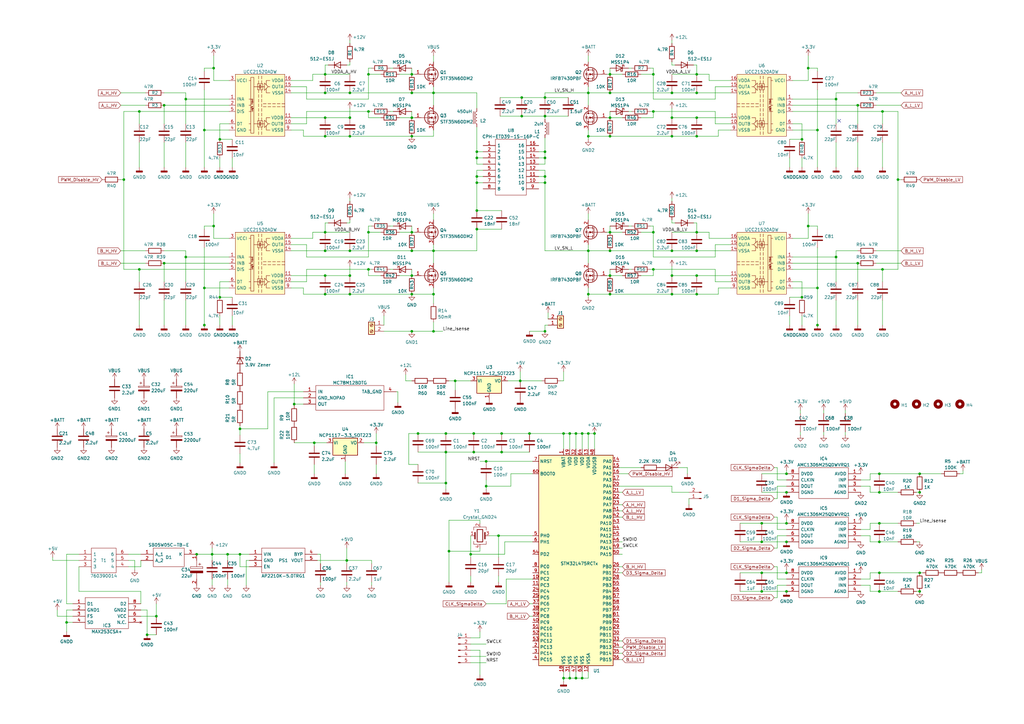
<source format=kicad_sch>
(kicad_sch (version 20211123) (generator eeschema)
  (paper "A3")
  (title_block (title "GTI version 5") (company "James Fotherby"))
  (lib_symbols
    (symbol "595D226X9020B2T:595D226X9020B2T" (pin_names (offset 0.762))
      (property "Reference" "C" (at 8.89 6.35 0))
      (property "Value" "595D226X9020B2T" (at 8.89 3.81 0))
      (symbol "595D226X9020B2T_0_0"
        (pin passive line (at 0 0 0) (length 2.54) (name "~") (number "1"))
        (pin passive line (at 12.7 0 180) (length 2.54) (name "~") (number "2"))
      )
    )
    (symbol "760390014:760390014" (pin_names (offset 0.762))
      (property "Reference" "T" (at 16.51 7.62 0))
      (property "Value" "760390014" (at 16.51 5.08 0))
      (symbol "760390014_0_0"
        (pin passive line (at 0 0 0) (length 5.08) (name "1") (number "1"))
        (pin passive line (at 0 -2.54 0) (length 5.08) (name "2") (number "2"))
        (pin passive line (at 0 -5.08 0) (length 5.08) (name "3") (number "3"))
        (pin passive line (at 20.32 -5.08 180) (length 5.08) (name "4") (number "4"))
        (pin passive line (at 20.32 -2.54 180) (length 5.08) (name "5") (number "5"))
        (pin passive line (at 20.32 0 180) (length 5.08) (name "6") (number "6"))
      )
    )
    (symbol "AMC1306M25QDWVRQ1:AMC1306M25QDWVRQ1" (pin_names (offset 0.762))
      (property "Reference" "IC" (at 26.67 7.62 0))
      (property "Value" "AMC1306M25QDWVRQ1" (at 26.67 5.08 0))
      (symbol "AMC1306M25QDWVRQ1_0_0"
        (pin passive line (at 0 0 0) (length 5.08) (name "AVDD") (number "1"))
        (pin passive line (at 0 -2.54 0) (length 5.08) (name "INP") (number "2"))
        (pin passive line (at 0 -5.08 0) (length 5.08) (name "INN") (number "3"))
        (pin passive line (at 0 -7.62 0) (length 5.08) (name "AGND") (number "4"))
        (pin passive line (at 30.48 -7.62 180) (length 5.08) (name "DGND") (number "5"))
        (pin passive line (at 30.48 -5.08 180) (length 5.08) (name "DOUT") (number "6"))
        (pin passive line (at 30.48 -2.54 180) (length 5.08) (name "CLKIN") (number "7"))
        (pin passive line (at 30.48 0 180) (length 5.08) (name "DVDD") (number "8"))
      )
    )
    (symbol "AP2210K-5.0TRG1:AP2210K-5.0TRG1" (pin_names (offset 0.762))
      (property "Reference" "PS" (at 24.13 7.62 0))
      (property "Value" "AP2210K-5.0TRG1" (at 24.13 5.08 0))
      (symbol "AP2210K-5.0TRG1_0_0"
        (pin power_in line (at 0 0 0) (length 5.08) (name "VIN") (number "1"))
        (pin power_in line (at 0 -2.54 0) (length 5.08) (name "GND") (number "2"))
        (pin input line (at 0 -5.08 0) (length 5.08) (name "EN") (number "3"))
        (pin passive line (at 27.94 0 180) (length 5.08) (name "BYP") (number "4"))
        (pin power_in line (at 27.94 -2.54 180) (length 5.08) (name "VOUT") (number "5"))
      )
    )
    (symbol "CPH-ETD39-1S-16P-C:CPH-ETD39-1S-16P-C" (pin_names (offset 0.762))
      (property "Reference" "U" (at 19.05 7.62 0))
      (property "Value" "CPH-ETD39-1S-16P-C" (at 19.05 5.08 0))
      (symbol "CPH-ETD39-1S-16P-C_0_0"
        (pin passive line (at 0 0 0) (length 5.08) (name "1") (number "1"))
        (pin passive line (at 22.86 -15.24 180) (length 5.08) (name "10") (number "10"))
        (pin passive line (at 22.86 -12.7 180) (length 5.08) (name "11") (number "11"))
        (pin passive line (at 22.86 -10.16 180) (length 5.08) (name "12") (number "12"))
        (pin passive line (at 22.86 -7.62 180) (length 5.08) (name "13") (number "13"))
        (pin passive line (at 22.86 -5.08 180) (length 5.08) (name "14") (number "14"))
        (pin passive line (at 22.86 -2.54 180) (length 5.08) (name "15") (number "15"))
        (pin passive line (at 22.86 0 180) (length 5.08) (name "16") (number "16"))
        (pin passive line (at 0 -2.54 0) (length 5.08) (name "2") (number "2"))
        (pin passive line (at 0 -5.08 0) (length 5.08) (name "3") (number "3"))
        (pin passive line (at 0 -7.62 0) (length 5.08) (name "4") (number "4"))
        (pin passive line (at 0 -10.16 0) (length 5.08) (name "5") (number "5"))
        (pin passive line (at 0 -12.7 0) (length 5.08) (name "6") (number "6"))
        (pin passive line (at 0 -15.24 0) (length 5.08) (name "7") (number "7"))
        (pin passive line (at 0 -17.78 0) (length 5.08) (name "8") (number "8"))
        (pin passive line (at 22.86 -17.78 180) (length 5.08) (name "9") (number "9"))
      )
    )
    (symbol "Connector:Conn_01x02_Male" (pin_names (offset 1.016) hide)
      (property "Reference" "J" (at 0 2.54 0))
      (property "Value" "Conn_01x02_Male" (at 0 -5.08 0))
      (symbol "Conn_01x02_Male_1_1"
        (pin passive line (at 5.08 0 180) (length 3.81) (name "Pin_1") (number "1"))
        (pin passive line (at 5.08 -2.54 180) (length 3.81) (name "Pin_2") (number "2"))
      )
    )
    (symbol "Connector:Conn_01x05_Male" (pin_names (offset 1.016) hide)
      (property "Reference" "J" (at 0 7.62 0))
      (property "Value" "Conn_01x05_Male" (at 0 -7.62 0))
      (symbol "Conn_01x05_Male_1_1"
        (pin passive line (at 5.08 5.08 180) (length 3.81) (name "Pin_1") (number "1"))
        (pin passive line (at 5.08 2.54 180) (length 3.81) (name "Pin_2") (number "2"))
        (pin passive line (at 5.08 0 180) (length 3.81) (name "Pin_3") (number "3"))
        (pin passive line (at 5.08 -2.54 180) (length 3.81) (name "Pin_4") (number "4"))
        (pin passive line (at 5.08 -5.08 180) (length 3.81) (name "Pin_5") (number "5"))
      )
    )
    (symbol "Connector:Screw_Terminal_01x02" (pin_names (offset 1.016) hide)
      (property "Reference" "J" (at 0 2.54 0))
      (property "Value" "Screw_Terminal_01x02" (at 0 -5.08 0))
      (symbol "Screw_Terminal_01x02_1_1"
        (pin passive line (at -5.08 0 0) (length 3.81) (name "Pin_1") (number "1"))
        (pin passive line (at -5.08 -2.54 0) (length 3.81) (name "Pin_2") (number "2"))
      )
    )
    (symbol "Device:C" (pin_numbers hide) (pin_names (offset 0.254))
      (property "Reference" "C" (at 0.635 2.54 0))
      (property "Value" "C" (at 0.635 -2.54 0))
      (symbol "C_1_1"
        (pin passive line (at 0 3.81 270) (length 2.794) (name "~") (number "1"))
        (pin passive line (at 0 -3.81 90) (length 2.794) (name "~") (number "2"))
      )
    )
    (symbol "Device:C_Polarized" (pin_numbers hide) (pin_names (offset 0.254))
      (property "Reference" "C" (at 0.635 2.54 0))
      (property "Value" "C_Polarized" (at 0.635 -2.54 0))
      (symbol "C_Polarized_1_1"
        (pin passive line (at 0 3.81 270) (length 2.794) (name "~") (number "1"))
        (pin passive line (at 0 -3.81 90) (length 2.794) (name "~") (number "2"))
      )
    )
    (symbol "Device:Crystal_GND24" (pin_names (offset 1.016) hide)
      (property "Reference" "Y" (at 3.175 5.08 0))
      (property "Value" "Crystal_GND24" (at 3.175 3.175 0))
      (symbol "Crystal_GND24_1_1"
        (pin passive line (at -3.81 0 0) (length 1.27) (name "1") (number "1"))
        (pin passive line (at 0 5.08 270) (length 1.27) (name "2") (number "2"))
        (pin passive line (at 3.81 0 180) (length 1.27) (name "3") (number "3"))
        (pin passive line (at 0 -5.08 90) (length 1.27) (name "4") (number "4"))
      )
    )
    (symbol "Device:LED" (pin_numbers hide) (pin_names (offset 1.016) hide)
      (property "Reference" "D" (at 0 2.54 0))
      (property "Value" "LED" (at 0 -2.54 0))
      (symbol "LED_1_1"
        (pin passive line (at -3.81 0 0) (length 2.54) (name "K") (number "1"))
        (pin passive line (at 3.81 0 180) (length 2.54) (name "A") (number "2"))
      )
    )
    (symbol "Device:L_Iron" (pin_numbers hide) (pin_names (offset 1.016) hide)
      (property "Reference" "L" (at -1.27 0 90))
      (property "Value" "L_Iron" (at 2.794 0 90))
      (symbol "L_Iron_1_1"
        (pin passive line (at 0 3.81 270) (length 1.27) (name "1") (number "1"))
        (pin passive line (at 0 -3.81 90) (length 1.27) (name "2") (number "2"))
      )
    )
    (symbol "Device:R" (pin_numbers hide) (pin_names (offset 0))
      (property "Reference" "R" (at 2.032 0 90))
      (property "Value" "R" (at 0 0 90))
      (symbol "R_1_1"
        (pin passive line (at 0 3.81 270) (length 1.27) (name "~") (number "1"))
        (pin passive line (at 0 -3.81 90) (length 1.27) (name "~") (number "2"))
      )
    )
    (symbol "Diode:B120-E3" (pin_numbers hide) (pin_names hide)
      (property "Reference" "D" (at 0 2.54 0))
      (property "Value" "B120-E3" (at 0 -2.54 0))
      (symbol "B120-E3_1_1"
        (pin passive line (at -3.81 0 0) (length 2.54) (name "K") (number "1"))
        (pin passive line (at 3.81 0 180) (length 2.54) (name "A") (number "2"))
      )
    )
    (symbol "Diode:BZV55B3V9" (pin_numbers hide) (pin_names hide)
      (property "Reference" "D" (at 0 2.54 0))
      (property "Value" "BZV55B3V9" (at 0 -2.54 0))
      (symbol "BZV55B3V9_1_1"
        (pin passive line (at -3.81 0 0) (length 2.54) (name "K") (number "1"))
        (pin passive line (at 3.81 0 180) (length 2.54) (name "A") (number "2"))
      )
    )
    (symbol "Diode:MRA4005T3G" (pin_numbers hide) (pin_names (offset 1.016) hide)
      (property "Reference" "D" (at 0 2.54 0))
      (property "Value" "MRA4005T3G" (at 0 -2.54 0))
      (symbol "MRA4005T3G_1_1"
        (pin passive line (at -3.81 0 0) (length 2.54) (name "K") (number "1"))
        (pin passive line (at 3.81 0 180) (length 2.54) (name "A") (number "2"))
      )
    )
    (symbol "Driver_FET:UCC21520ADW"
      (property "Reference" "U" (at 0 16.51 0))
      (property "Value" "UCC21520ADW" (at 0 13.97 0))
      (symbol "UCC21520ADW_0_0"
        (text "Logic Input" (at -3.302 0 900) (effects (font (size 0.635 0.635))))
      )
      (symbol "UCC21520ADW_1_1"
        (pin input line (at -12.7 2.54 0) (length 2.54) (name "INA") (number "1"))
        (pin output line (at 12.7 -7.62 180) (length 2.54) (name "OUTB") (number "10"))
        (pin power_in line (at 12.7 -5.08 180) (length 2.54) (name "VDDB") (number "11"))
        (pin no_connect line (at 10.16 -2.54 180) (length 2.54) hide (name "NC") (number "12"))
        (pin no_connect line (at 10.16 2.54 180) (length 2.54) hide (name "NC") (number "13"))
        (pin power_in line (at 12.7 5.08 180) (length 2.54) (name "VSSA") (number "14"))
        (pin output line (at 12.7 7.62 180) (length 2.54) (name "OUTA") (number "15"))
        (pin power_in line (at 12.7 10.16 180) (length 2.54) (name "VDDA") (number "16"))
        (pin input line (at -12.7 0 0) (length 2.54) (name "INB") (number "2"))
        (pin power_in line (at -12.7 10.16 0) (length 2.54) (name "VCCI") (number "3"))
        (pin power_in line (at -12.7 -10.16 0) (length 2.54) (name "GND") (number "4"))
        (pin input line (at -12.7 -2.54 0) (length 2.54) (name "DIS") (number "5"))
        (pin passive line (at -12.7 -7.62 0) (length 2.54) (name "DT") (number "6"))
        (pin no_connect line (at -10.16 -5.08 0) (length 2.54) hide (name "NC") (number "7"))
        (pin passive line (at -12.7 10.16 0) (length 2.54) hide (name "VCCI") (number "8"))
        (pin power_in line (at 12.7 -10.16 180) (length 2.54) (name "VSSB") (number "9"))
      )
    )
    (symbol "MAX253CSA+:MAX253CSA+" (pin_names (offset 0.762))
      (property "Reference" "IC" (at 24.13 7.62 0))
      (property "Value" "MAX253CSA+" (at 24.13 5.08 0))
      (symbol "MAX253CSA+_0_0"
        (pin passive line (at 0 0 0) (length 5.08) (name "D1") (number "1"))
        (pin passive line (at 0 -2.54 0) (length 5.08) (name "GND1") (number "2"))
        (pin passive line (at 0 -5.08 0) (length 5.08) (name "FS") (number "3"))
        (pin passive line (at 0 -7.62 0) (length 5.08) (name "SD") (number "4"))
        (pin no_connect line (at 27.94 -7.62 180) (length 5.08) (name "N.C.") (number "5"))
        (pin passive line (at 27.94 -5.08 180) (length 5.08) (name "VCC") (number "6"))
        (pin passive line (at 27.94 -2.54 180) (length 5.08) (name "GND2") (number "7"))
        (pin passive line (at 27.94 0 180) (length 5.08) (name "D2") (number "8"))
      )
    )
    (symbol "MC78M12BDTG:MC78M12BDTG" (pin_names (offset 0.762))
      (property "Reference" "IC" (at 34.29 7.62 0))
      (property "Value" "MC78M12BDTG" (at 34.29 5.08 0))
      (symbol "MC78M12BDTG_0_0"
        (pin input line (at 0 0 0) (length 5.08) (name "IN") (number "1"))
        (pin power_in line (at 0 -2.54 0) (length 5.08) (name "GND_NOPAD") (number "2"))
        (pin output line (at 0 -5.08 0) (length 5.08) (name "OUT") (number "3"))
        (pin power_in line (at 38.1 0 180) (length 5.08) (name "TAB_GND") (number "4"))
      )
    )
    (symbol "MCU_ST_STM32L4:STM32L475RCTx"
      (property "Reference" "U" (at -15.24 44.45 0))
      (property "Value" "STM32L475RCTx" (at 10.16 44.45 0))
      (symbol "STM32L475RCTx_1_1"
        (pin power_in line (at -5.08 45.72 270) (length 2.54) (name "VBAT") (number "1"))
        (pin bidirectional line (at -17.78 -7.62 0) (length 2.54) (name "PC2") (number "10"))
        (pin bidirectional line (at -17.78 -10.16 0) (length 2.54) (name "PC3") (number "11"))
        (pin power_in line (at 5.08 -45.72 90) (length 2.54) (name "VSSA") (number "12"))
        (pin power_in line (at 5.08 45.72 270) (length 2.54) (name "VDDA") (number "13"))
        (pin bidirectional line (at 17.78 40.64 180) (length 2.54) (name "PA0") (number "14"))
        (pin bidirectional line (at 17.78 38.1 180) (length 2.54) (name "PA1") (number "15"))
        (pin bidirectional line (at 17.78 35.56 180) (length 2.54) (name "PA2") (number "16"))
        (pin bidirectional line (at 17.78 33.02 180) (length 2.54) (name "PA3") (number "17"))
        (pin power_in line (at -5.08 -45.72 90) (length 2.54) (name "VSS") (number "18"))
        (pin power_in line (at -2.54 45.72 270) (length 2.54) (name "VDD") (number "19"))
        (pin bidirectional line (at -17.78 -35.56 0) (length 2.54) (name "PC13") (number "2"))
        (pin bidirectional line (at 17.78 30.48 180) (length 2.54) (name "PA4") (number "20"))
        (pin bidirectional line (at 17.78 27.94 180) (length 2.54) (name "PA5") (number "21"))
        (pin bidirectional line (at 17.78 25.4 180) (length 2.54) (name "PA6") (number "22"))
        (pin bidirectional line (at 17.78 22.86 180) (length 2.54) (name "PA7") (number "23"))
        (pin bidirectional line (at -17.78 -12.7 0) (length 2.54) (name "PC4") (number "24"))
        (pin bidirectional line (at -17.78 -15.24 0) (length 2.54) (name "PC5") (number "25"))
        (pin bidirectional line (at 17.78 -2.54 180) (length 2.54) (name "PB0") (number "26"))
        (pin bidirectional line (at 17.78 -5.08 180) (length 2.54) (name "PB1") (number "27"))
        (pin bidirectional line (at 17.78 -7.62 180) (length 2.54) (name "PB2") (number "28"))
        (pin bidirectional line (at 17.78 -27.94 180) (length 2.54) (name "PB10") (number "29"))
        (pin bidirectional line (at -17.78 -38.1 0) (length 2.54) (name "PC14") (number "3"))
        (pin bidirectional line (at 17.78 -30.48 180) (length 2.54) (name "PB11") (number "30"))
        (pin power_in line (at -2.54 -45.72 90) (length 2.54) (name "VSS") (number "31"))
        (pin power_in line (at 0 45.72 270) (length 2.54) (name "VDD") (number "32"))
        (pin bidirectional line (at 17.78 -33.02 180) (length 2.54) (name "PB12") (number "33"))
        (pin bidirectional line (at 17.78 -35.56 180) (length 2.54) (name "PB13") (number "34"))
        (pin bidirectional line (at 17.78 -38.1 180) (length 2.54) (name "PB14") (number "35"))
        (pin bidirectional line (at 17.78 -40.64 180) (length 2.54) (name "PB15") (number "36"))
        (pin bidirectional line (at -17.78 -17.78 0) (length 2.54) (name "PC6") (number "37"))
        (pin bidirectional line (at -17.78 -20.32 0) (length 2.54) (name "PC7") (number "38"))
        (pin bidirectional line (at -17.78 -22.86 0) (length 2.54) (name "PC8") (number "39"))
        (pin bidirectional line (at -17.78 -40.64 0) (length 2.54) (name "PC15") (number "4"))
        (pin bidirectional line (at -17.78 -25.4 0) (length 2.54) (name "PC9") (number "40"))
        (pin bidirectional line (at 17.78 20.32 180) (length 2.54) (name "PA8") (number "41"))
        (pin bidirectional line (at 17.78 17.78 180) (length 2.54) (name "PA9") (number "42"))
        (pin bidirectional line (at 17.78 15.24 180) (length 2.54) (name "PA10") (number "43"))
        (pin bidirectional line (at 17.78 12.7 180) (length 2.54) (name "PA11") (number "44"))
        (pin bidirectional line (at 17.78 10.16 180) (length 2.54) (name "PA12") (number "45"))
        (pin bidirectional line (at 17.78 7.62 180) (length 2.54) (name "PA13") (number "46"))
        (pin power_in line (at 0 -45.72 90) (length 2.54) (name "VSS") (number "47"))
        (pin power_in line (at 7.62 45.72 270) (length 2.54) (name "VDDUSB") (number "48"))
        (pin bidirectional line (at 17.78 5.08 180) (length 2.54) (name "PA14") (number "49"))
        (pin input line (at -17.78 10.16 0) (length 2.54) (name "PH0") (number "5"))
        (pin bidirectional line (at 17.78 2.54 180) (length 2.54) (name "PA15") (number "50"))
        (pin bidirectional line (at -17.78 -27.94 0) (length 2.54) (name "PC10") (number "51"))
        (pin bidirectional line (at -17.78 -30.48 0) (length 2.54) (name "PC11") (number "52"))
        (pin bidirectional line (at -17.78 -33.02 0) (length 2.54) (name "PC12") (number "53"))
        (pin bidirectional line (at -17.78 2.54 0) (length 2.54) (name "PD2") (number "54"))
        (pin bidirectional line (at 17.78 -10.16 180) (length 2.54) (name "PB3") (number "55"))
        (pin bidirectional line (at 17.78 -12.7 180) (length 2.54) (name "PB4") (number "56"))
        (pin bidirectional line (at 17.78 -15.24 180) (length 2.54) (name "PB5") (number "57"))
        (pin bidirectional line (at 17.78 -17.78 180) (length 2.54) (name "PB6") (number "58"))
        (pin bidirectional line (at 17.78 -20.32 180) (length 2.54) (name "PB7") (number "59"))
        (pin input line (at -17.78 7.62 0) (length 2.54) (name "PH1") (number "6"))
        (pin input line (at -17.78 35.56 0) (length 2.54) (name "BOOT0") (number "60"))
        (pin bidirectional line (at 17.78 -22.86 180) (length 2.54) (name "PB8") (number "61"))
        (pin bidirectional line (at 17.78 -25.4 180) (length 2.54) (name "PB9") (number "62"))
        (pin power_in line (at 2.54 -45.72 90) (length 2.54) (name "VSS") (number "63"))
        (pin power_in line (at 2.54 45.72 270) (length 2.54) (name "VDD") (number "64"))
        (pin input line (at -17.78 40.64 0) (length 2.54) (name "NRST") (number "7"))
        (pin bidirectional line (at -17.78 -2.54 0) (length 2.54) (name "PC0") (number "8"))
        (pin bidirectional line (at -17.78 -5.08 0) (length 2.54) (name "PC1") (number "9"))
      )
    )
    (symbol "Mechanical:MountingHole" (pin_names (offset 1.016))
      (property "Reference" "H" (at 0 5.08 0))
      (property "Value" "MountingHole" (at 0 3.175 0))
    )
    (symbol "Regulator_Linear:NCP1117-3.3_SOT223" (pin_names (offset 0.254))
      (property "Reference" "U" (at -3.81 3.175 0))
      (property "Value" "NCP1117-3.3_SOT223" (at 0 3.175 0))
      (symbol "NCP1117-3.3_SOT223_1_1"
        (pin power_in line (at 0 -7.62 90) (length 2.54) (name "GND") (number "1"))
        (pin power_out line (at 7.62 0 180) (length 2.54) (name "VO") (number "2"))
        (pin power_in line (at -7.62 0 0) (length 2.54) (name "VI") (number "3"))
      )
    )
    (symbol "SB05W05C-TB-E:SB05W05C-TB-E" (pin_names (offset 0.762))
      (property "Reference" "D" (at 19.05 7.62 0))
      (property "Value" "SB05W05C-TB-E" (at 19.05 5.08 0))
      (symbol "SB05W05C-TB-E_0_0"
        (pin passive line (at 0 0 0) (length 5.08) (name "A_1") (number "1"))
        (pin passive line (at 0 -2.54 0) (length 5.08) (name "A_2") (number "2"))
        (pin passive line (at 22.86 0 180) (length 5.08) (name "K") (number "3"))
      )
    )
    (symbol "Transistor_FET:BUZ11" (pin_names hide)
      (property "Reference" "Q" (at 6.35 1.905 0))
      (property "Value" "BUZ11" (at 6.35 0 0))
      (symbol "BUZ11_1_1"
        (pin input line (at -5.08 0 0) (length 2.54) (name "G") (number "1"))
        (pin passive line (at 2.54 5.08 270) (length 2.54) (name "D") (number "2"))
        (pin passive line (at 2.54 -5.08 90) (length 2.54) (name "S") (number "3"))
      )
    )
    (symbol "power:+12L" (power) (pin_names (offset 0))
      (property "Value" "+12L" (at 0 3.556 0))
      (symbol "+12L_1_1"
        (pin power_in line (at 0 0 90) (length 0) hide (name "+12L") (number "1"))
      )
    )
    (symbol "power:+12V" (power) (pin_names (offset 0))
      (property "Value" "+12V" (at 0 3.556 0))
      (symbol "+12V_1_1"
        (pin power_in line (at 0 0 90) (length 0) hide (name "+12V") (number "1"))
      )
    )
    (symbol "power:+3.3V" (power) (pin_names (offset 0))
      (property "Value" "+3.3V" (at 0 3.556 0))
      (symbol "+3.3V_1_1"
        (pin power_in line (at 0 0 90) (length 0) hide (name "+3.3V") (number "1"))
      )
    )
    (symbol "power:+5V" (power) (pin_names (offset 0))
      (property "Value" "+5V" (at 0 3.556 0))
      (symbol "+5V_1_1"
        (pin power_in line (at 0 0 90) (length 0) hide (name "+5V") (number "1"))
      )
    )
    (symbol "power:+5VD" (power) (pin_names (offset 0))
      (property "Value" "+5VD" (at 0 3.556 0))
      (symbol "+5VD_1_1"
        (pin power_in line (at 0 0 90) (length 0) hide (name "+5VD") (number "1"))
      )
    )
    (symbol "power:+BATT" (power) (pin_names (offset 0))
      (property "Value" "+BATT" (at 0 3.556 0))
      (symbol "+BATT_1_1"
        (pin power_in line (at 0 0 90) (length 0) hide (name "+BATT") (number "1"))
      )
    )
    (symbol "power:GND" (power) (pin_names (offset 0))
      (property "Value" "GND" (at 0 -3.81 0))
      (symbol "GND_1_1"
        (pin power_in line (at 0 0 270) (length 0) hide (name "GND") (number "1"))
      )
    )
    (symbol "power:GND1" (power) (pin_names (offset 0))
      (property "Value" "GND1" (at 0 -3.81 0))
      (symbol "GND1_1_1"
        (pin power_in line (at 0 0 270) (length 0) hide (name "GND1") (number "1"))
      )
    )
    (symbol "power:GND2" (power) (pin_names (offset 0))
      (property "Value" "GND2" (at 0 -3.81 0))
      (symbol "GND2_1_1"
        (pin power_in line (at 0 0 270) (length 0) hide (name "GND2") (number "1"))
      )
    )
    (symbol "power:GNDD" (power) (pin_names (offset 0))
      (property "Value" "GNDD" (at 0 -3.175 0))
      (symbol "GNDD_1_1"
        (pin power_in line (at 0 0 270) (length 0) hide (name "GNDD") (number "1"))
      )
    )
    (symbol "power:VBUS" (power) (pin_names (offset 0))
      (property "Value" "VBUS" (at 0 3.81 0))
      (symbol "VBUS_1_1"
        (pin power_in line (at 0 0 90) (length 0) hide (name "VBUS") (number "1"))
      )
    )
  )
  (junction (at 241.3 177.8))
  (junction (at 223.52 47.625))
  (junction (at 76.2 105.41))
  (junction (at 27.305 255.27))
  (junction (at 231.14 278.13))
  (junction (at 361.95 45.72))
  (junction (at 168.91 135.89))
  (junction (at 223.52 62.23))
  (junction (at 328.93 57.15))
  (junction (at 312.42 222.25))
  (junction (at 213.36 156.21))
  (junction (at 322.58 242.57))
  (junction (at 204.47 219.71))
  (junction (at 182.88 177.8))
  (junction (at 267.97 45.72))
  (junction (at 360.68 214.63))
  (junction (at 199.39 199.39))
  (junction (at 133.35 120.65))
  (junction (at 168.91 30.48))
  (junction (at 335.28 118.11))
  (junction (at 322.58 222.25))
  (junction (at 195.58 72.39))
  (junction (at 241.3 102.87))
  (junction (at 250.19 95.25))
  (junction (at 213.995 47.625))
  (junction (at 275.59 38.1))
  (junction (at 194.31 185.42))
  (junction (at 267.97 95.25))
  (junction (at 241.3 38.1))
  (junction (at 87.63 27.94))
  (junction (at 285.75 113.03))
  (junction (at 217.17 177.8))
  (junction (at 285.75 38.1))
  (junction (at 241.3 120.65))
  (junction (at 342.9 40.64))
  (junction (at 342.9 105.41))
  (junction (at 168.91 95.25))
  (junction (at 312.42 214.63))
  (junction (at 360.68 242.57))
  (junction (at 57.15 45.72))
  (junction (at 184.15 226.06))
  (junction (at 195.58 62.23))
  (junction (at 151.13 45.72))
  (junction (at 83.82 133.3339))
  (junction (at 351.79 107.95))
  (junction (at 377.19 234.95))
  (junction (at 199.39 189.23))
  (junction (at 93.345 227.33))
  (junction (at 360.68 194.31))
  (junction (at 285.75 95.25))
  (junction (at 250.19 102.87))
  (junction (at 360.68 201.93))
  (junction (at 168.91 120.65))
  (junction (at 285.75 102.87))
  (junction (at 193.04 227.33))
  (junction (at 60.325 260.35))
  (junction (at 154.305 181.61))
  (junction (at 331.47 92.71))
  (junction (at 238.76 278.13))
  (junction (at 143.51 55.88))
  (junction (at 236.22 177.8))
  (junction (at 231.14 177.8))
  (junction (at 168.91 55.88))
  (junction (at 143.51 102.87))
  (junction (at 83.82 53.34))
  (junction (at 267.97 110.49))
  (junction (at 57.15 110.49))
  (junction (at 236.22 278.13))
  (junction (at 377.19 194.31))
  (junction (at 368.3 73.66))
  (junction (at 322.58 234.95))
  (junction (at 64.135 252.73))
  (junction (at 151.13 30.48))
  (junction (at 275.59 113.03))
  (junction (at 275.59 120.65))
  (junction (at 171.45 177.8))
  (junction (at 195.58 64.77))
  (junction (at 182.88 185.42))
  (junction (at 205.74 177.8))
  (junction (at 194.31 177.8))
  (junction (at 275.59 102.87))
  (junction (at 213.995 40.005))
  (junction (at 133.35 102.87))
  (junction (at 351.79 43.18))
  (junction (at 223.52 72.39))
  (junction (at 195.58 86.36))
  (junction (at 275.59 55.88))
  (junction (at 360.68 222.25))
  (junction (at 182.88 198.12))
  (junction (at 67.31 43.18))
  (junction (at 377.19 201.93))
  (junction (at 195.58 93.98))
  (junction (at 223.52 74.93))
  (junction (at 360.68 234.95))
  (junction (at 133.35 55.88))
  (junction (at 250.19 55.88))
  (junction (at 322.58 201.93))
  (junction (at 133.35 48.26))
  (junction (at 133.35 95.25))
  (junction (at 168.91 102.87))
  (junction (at 133.35 113.03))
  (junction (at 76.2 40.64))
  (junction (at 120.65 165.735))
  (junction (at 285.75 55.88))
  (junction (at 133.35 30.48))
  (junction (at 151.13 95.25))
  (junction (at 98.425 227.33))
  (junction (at 177.8 102.87))
  (junction (at 90.17 121.92))
  (junction (at 250.19 113.03))
  (junction (at 322.58 214.63))
  (junction (at 80.645 227.33))
  (junction (at 250.19 30.48))
  (junction (at 195.58 74.93))
  (junction (at 250.19 48.26))
  (junction (at 143.51 120.65))
  (junction (at 67.31 107.95))
  (junction (at 331.47 27.94))
  (junction (at 143.51 113.03))
  (junction (at 87.63 92.71))
  (junction (at 177.8 38.1))
  (junction (at 233.68 177.8))
  (junction (at 238.76 177.8))
  (junction (at 168.91 38.1))
  (junction (at 83.82 118.11))
  (junction (at 275.59 48.26))
  (junction (at 285.75 48.26))
  (junction (at 98.425 175.895))
  (junction (at 50.8 73.66))
  (junction (at 223.52 135.89))
  (junction (at 143.51 48.26))
  (junction (at 186.69 156.21))
  (junction (at 205.74 185.42))
  (junction (at 133.35 38.1))
  (junction (at 267.97 30.48))
  (junction (at 241.3 55.88))
  (junction (at 328.93 121.92))
  (junction (at 223.52 64.77))
  (junction (at 377.19 242.57))
  (junction (at 177.8 135.89))
  (junction (at 285.75 30.48))
  (junction (at 177.8 120.65))
  (junction (at 361.95 110.49))
  (junction (at 90.17 57.15))
  (junction (at 142.24 229.87))
  (junction (at 335.28 53.34))
  (junction (at 233.68 278.13))
  (junction (at 86.995 227.33))
  (junction (at 335.28 133.3339))
  (junction (at 128.905 181.61))
  (junction (at 312.42 242.57))
  (junction (at 250.19 120.65))
  (junction (at 151.13 110.49))
  (junction (at 223.52 40.005))
  (junction (at 322.58 194.31))
  (junction (at 168.91 48.26))
  (junction (at 168.91 113.03))
  (junction (at 285.75 120.65))
  (junction (at 312.42 234.95))
  (junction (at 143.51 38.1))
  (junction (at 243.84 177.8))
  (junction (at 250.19 38.1))
  (no_connect (at 344.17 49.53))
  (wire (pts (xy 323.85 68.58) (xy 323.85 64.77)))
  (wire (pts (xy 199.39 200.66) (xy 199.39 199.39)))
  (wire (pts (xy 128.27 95.25) (xy 133.35 95.25)))
  (wire (pts (xy 294.64 118.11) (xy 294.64 120.65)))
  (wire (pts (xy 32.385 232.41) (xy 32.385 242.57)))
  (wire (pts (xy 196.85 259.08) (xy 196.85 261.62)))
  (wire (pts (xy 27.305 250.19) (xy 29.845 250.19)))
  (wire (pts (xy 67.31 38.1) (xy 76.2 38.1)))
  (wire (pts (xy 368.3 45.72) (xy 361.95 45.72)))
  (wire (pts (xy 124.46 165.735) (xy 120.65 165.735)))
  (wire (pts (xy 267.97 40.64) (xy 267.97 30.48)))
  (wire (pts (xy 255.27 113.03) (xy 250.19 113.03)))
  (wire (pts (xy 52.705 227.33) (xy 57.785 227.33)))
  (wire (pts (xy 204.47 236.22) (xy 204.47 238.76)))
  (wire (pts (xy 67.31 133.35) (xy 67.31 123.19)))
  (wire (pts (xy 128.27 95.25) (xy 128.27 97.79)))
  (wire (pts (xy 124.46 120.65) (xy 133.35 120.65)))
  (wire (pts (xy 83.82 133.3339) (xy 83.82 118.11)))
  (wire (pts (xy 241.3 177.8) (xy 243.84 177.8)))
  (wire (pts (xy 222.25 156.21) (xy 213.36 156.21)))
  (wire (pts (xy 194.31 185.42) (xy 205.74 185.42)))
  (wire (pts (xy 143.51 16.51) (xy 143.51 17.78)))
  (wire (pts (xy 109.855 175.895) (xy 98.425 175.895)))
  (wire (pts (xy 143.51 82.55) (xy 143.51 81.28)))
  (wire (pts (xy 87.63 33.02) (xy 93.98 33.02)))
  (wire (pts (xy 49.53 73.66) (xy 50.8 73.66)))
  (wire (pts (xy 154.305 182.88) (xy 154.305 181.61)))
  (wire (pts (xy 312.42 201.93) (xy 322.58 201.93)))
  (wire (pts (xy 223.52 40.005) (xy 213.995 40.005)))
  (wire (pts (xy 275.59 102.87) (xy 250.19 102.87)))
  (wire (pts (xy 160.02 45.72) (xy 161.29 45.72)))
  (wire (pts (xy 294.64 55.88) (xy 285.75 55.88)))
  (wire (pts (xy 335.28 101.6) (xy 335.28 118.11)))
  (wire (pts (xy 195.58 72.39) (xy 195.58 69.85)))
  (wire (pts (xy 275.59 44.45) (xy 275.59 48.26)))
  (wire (pts (xy 402.59 234.95) (xy 402.59 233.68)))
  (wire (pts (xy 224.79 133.35) (xy 223.52 133.35)))
  (wire (pts (xy 151.13 92.71) (xy 151.13 95.25)))
  (wire (pts (xy 177.8 132.08) (xy 177.8 135.89)))
  (wire (pts (xy 205.74 86.36) (xy 195.58 86.36)))
  (wire (pts (xy 346.71 178.435) (xy 346.71 177.165)))
  (wire (pts (xy 217.17 247.65) (xy 218.44 247.65)))
  (wire (pts (xy 52.705 229.87) (xy 55.245 229.87)))
  (wire (pts (xy 299.72 53.34) (xy 294.64 53.34)))
  (wire (pts (xy 255.27 30.48) (xy 250.19 30.48)))
  (wire (pts (xy 125.73 100.33) (xy 125.73 105.41)))
  (wire (pts (xy 168.91 92.71) (xy 168.91 95.25)))
  (wire (pts (xy 266.7 45.72) (xy 267.97 45.72)))
  (wire (pts (xy 293.37 45.72) (xy 293.37 50.8)))
  (wire (pts (xy 112.395 163.195) (xy 112.395 189.865)))
  (wire (pts (xy 356.87 219.71) (xy 356.87 222.25)))
  (wire (pts (xy 294.64 53.34) (xy 294.64 55.88)))
  (wire (pts (xy 303.53 214.63) (xy 312.42 214.63)))
  (wire (pts (xy 102.235 229.87) (xy 100.965 229.87)))
  (wire (pts (xy 163.83 95.25) (xy 168.91 95.25)))
  (wire (pts (xy 166.37 156.21) (xy 168.91 156.21)))
  (wire (pts (xy 177.8 120.65) (xy 177.8 124.46)))
  (wire (pts (xy 143.51 102.87) (xy 168.91 102.87)))
  (wire (pts (xy 317.5 191.77) (xy 318.77 191.77)))
  (wire (pts (xy 255.27 201.93) (xy 254 201.93)))
  (wire (pts (xy 128.905 181.61) (xy 133.985 181.61)))
  (wire (pts (xy 223.52 67.31) (xy 223.52 64.77)))
  (wire (pts (xy 255.27 212.09) (xy 254 212.09)))
  (wire (pts (xy 143.51 95.25) (xy 133.35 95.25)))
  (wire (pts (xy 151.13 95.25) (xy 156.21 95.25)))
  (wire (pts (xy 331.47 87.63) (xy 331.47 92.71)))
  (wire (pts (xy 241.3 22.86) (xy 241.3 25.4)))
  (wire (pts (xy 76.2 133.35) (xy 76.2 123.19)))
  (wire (pts (xy 128.27 30.48) (xy 128.27 33.02)))
  (wire (pts (xy 368.3 201.93) (xy 360.68 201.93)))
  (wire (pts (xy 368.3 242.57) (xy 360.68 242.57)))
  (wire (pts (xy 255.27 232.41) (xy 254 232.41)))
  (wire (pts (xy 342.9 68.58) (xy 342.9 58.42)))
  (wire (pts (xy 133.35 102.87) (xy 143.51 102.87)))
  (wire (pts (xy 356.87 240.03) (xy 356.87 242.57)))
  (wire (pts (xy 152.4 92.71) (xy 151.13 92.71)))
  (wire (pts (xy 57.785 252.73) (xy 64.135 252.73)))
  (wire (pts (xy 87.63 92.71) (xy 87.63 97.79)))
  (wire (pts (xy 255.27 270.51) (xy 254 270.51)))
  (wire (pts (xy 223.52 74.93) (xy 223.52 102.87)))
  (wire (pts (xy 124.46 55.88) (xy 133.35 55.88)))
  (wire (pts (xy 83.82 53.34) (xy 93.98 53.34)))
  (wire (pts (xy 241.3 55.88) (xy 241.3 53.34)))
  (wire (pts (xy 199.39 189.23) (xy 218.44 189.23)))
  (wire (pts (xy 196.85 214.63) (xy 196.85 213.36)))
  (wire (pts (xy 255.27 207.01) (xy 254 207.01)))
  (wire (pts (xy 284.48 91.44) (xy 285.75 91.44)))
  (wire (pts (xy 290.83 95.25) (xy 285.75 95.25)))
  (wire (pts (xy 93.345 227.33) (xy 98.425 227.33)))
  (wire (pts (xy 293.37 115.57) (xy 299.72 115.57)))
  (wire (pts (xy 223.52 56.515) (xy 223.52 62.23)))
  (wire (pts (xy 217.17 177.8) (xy 231.14 177.8)))
  (wire (pts (xy 151.13 105.41) (xy 151.13 95.25)))
  (wire (pts (xy 322.58 233.68) (xy 322.58 234.95)))
  (wire (pts (xy 259.08 27.94) (xy 257.81 27.94)))
  (wire (pts (xy 328.93 115.57) (xy 328.93 121.92)))
  (wire (pts (xy 93.98 50.8) (xy 90.17 50.8)))
  (wire (pts (xy 259.08 110.49) (xy 257.81 110.49)))
  (wire (pts (xy 241.3 102.87) (xy 241.3 100.33)))
  (wire (pts (xy 328.93 50.8) (xy 328.93 57.15)))
  (wire (pts (xy 323.85 57.15) (xy 328.93 57.15)))
  (wire (pts (xy 90.17 133.35) (xy 90.17 129.54)))
  (wire (pts (xy 223.52 133.35) (xy 223.52 135.89)))
  (wire (pts (xy 49.53 102.87) (xy 59.69 102.87)))
  (wire (pts (xy 317.5 232.41) (xy 318.77 232.41)))
  (wire (pts (xy 157.48 135.89) (xy 168.91 135.89)))
  (wire (pts (xy 368.3 110.49) (xy 361.95 110.49)))
  (wire (pts (xy 299.72 102.87) (xy 285.75 102.87)))
  (wire (pts (xy 231.14 184.15) (xy 231.14 177.8)))
  (wire (pts (xy 360.68 194.31) (xy 377.19 194.31)))
  (wire (pts (xy 275.59 55.88) (xy 250.19 55.88)))
  (wire (pts (xy 217.17 135.89) (xy 223.52 135.89)))
  (wire (pts (xy 181.61 135.89) (xy 177.8 135.89)))
  (wire (pts (xy 27.305 255.27) (xy 27.305 250.19)))
  (wire (pts (xy 356.87 222.25) (xy 360.68 222.25)))
  (wire (pts (xy 250.19 120.65) (xy 275.59 120.65)))
  (wire (pts (xy 255.27 265.43) (xy 254 265.43)))
  (wire (pts (xy 322.58 213.36) (xy 322.58 214.63)))
  (wire (pts (xy 318.77 217.17) (xy 318.77 212.09)))
  (wire (pts (xy 133.35 38.1) (xy 143.51 38.1)))
  (wire (pts (xy 168.91 38.1) (xy 177.8 38.1)))
  (wire (pts (xy 317.5 212.09) (xy 318.77 212.09)))
  (wire (pts (xy 360.68 234.95) (xy 377.19 234.95)))
  (wire (pts (xy 217.17 185.42) (xy 205.74 185.42)))
  (wire (pts (xy 331.47 33.02) (xy 325.12 33.02)))
  (wire (pts (xy 318.77 196.85) (xy 318.77 191.77)))
  (wire (pts (xy 223.52 62.23) (xy 223.52 64.77)))
  (wire (pts (xy 119.38 100.33) (xy 125.73 100.33)))
  (wire (pts (xy 342.9 40.64) (xy 342.9 50.8)))
  (wire (pts (xy 193.04 266.7) (xy 196.85 266.7)))
  (wire (pts (xy 154.305 177.8) (xy 154.305 181.61)))
  (wire (pts (xy 220.98 62.23) (xy 223.52 62.23)))
  (wire (pts (xy 259.08 45.72) (xy 257.81 45.72)))
  (wire (pts (xy 231.14 152.4) (xy 231.14 156.21)))
  (wire (pts (xy 353.06 219.71) (xy 356.87 219.71)))
  (wire (pts (xy 151.13 30.48) (xy 156.21 30.48)))
  (wire (pts (xy 196.85 266.7) (xy 196.85 276.86)))
  (wire (pts (xy 322.58 240.03) (xy 318.77 240.03)))
  (wire (pts (xy 223.52 38.1) (xy 241.3 38.1)))
  (wire (pts (xy 57.15 110.49) (xy 57.15 115.57)))
  (wire (pts (xy 248.92 48.26) (xy 250.19 48.26)))
  (wire (pts (xy 208.28 156.21) (xy 213.36 156.21)))
  (wire (pts (xy 50.8 73.66) (xy 50.8 45.72)))
  (wire (pts (xy 125.73 40.64) (xy 151.13 40.64)))
  (wire (pts (xy 402.59 234.95) (xy 401.32 234.95)))
  (wire (pts (xy 29.845 255.27) (xy 27.305 255.27)))
  (wire (pts (xy 262.89 191.77) (xy 254 191.77)))
  (wire (pts (xy 177.8 22.86) (xy 177.8 25.4)))
  (wire (pts (xy 342.9 102.87) (xy 342.9 105.41)))
  (wire (pts (xy 254 224.79) (xy 255.27 224.79)))
  (wire (pts (xy 143.51 109.22) (xy 143.51 113.03)))
  (wire (pts (xy 275.59 25.4) (xy 275.59 26.67)))
  (wire (pts (xy 285.75 91.44) (xy 285.75 95.25)))
  (wire (pts (xy 95.25 57.15) (xy 90.17 57.15)))
  (wire (pts (xy 218.44 222.25) (xy 207.01 222.25)))
  (wire (pts (xy 322.58 234.95) (xy 312.42 234.95)))
  (wire (pts (xy 248.92 113.03) (xy 250.19 113.03)))
  (wire (pts (xy 86.995 240.03) (xy 86.995 237.49)))
  (wire (pts (xy 293.37 100.33) (xy 293.37 105.41)))
  (wire (pts (xy 168.91 55.88) (xy 177.8 55.88)))
  (wire (pts (xy 353.06 240.03) (xy 356.87 240.03)))
  (wire (pts (xy 325.12 115.57) (xy 328.93 115.57)))
  (wire (pts (xy 275.59 82.55) (xy 275.59 81.28)))
  (wire (pts (xy 356.87 234.95) (xy 360.68 234.95)))
  (wire (pts (xy 83.82 36.83) (xy 83.82 53.34)))
  (wire (pts (xy 353.06 237.49) (xy 356.87 237.49)))
  (wire (pts (xy 207.01 227.33) (xy 193.04 227.33)))
  (wire (pts (xy 134.62 26.67) (xy 133.35 26.67)))
  (wire (pts (xy 325.12 110.49) (xy 361.95 110.49)))
  (wire (pts (xy 331.47 92.71) (xy 331.47 97.79)))
  (wire (pts (xy 259.08 92.71) (xy 257.81 92.71)))
  (wire (pts (xy 209.55 194.31) (xy 218.44 194.31)))
  (wire (pts (xy 361.95 110.49) (xy 361.95 115.57)))
  (wire (pts (xy 83.82 133.35) (xy 83.82 133.3339)))
  (wire (pts (xy 120.65 166.37) (xy 120.65 165.735)))
  (wire (pts (xy 342.9 105.41) (xy 342.9 115.57)))
  (wire (pts (xy 67.31 68.58) (xy 67.31 58.42)))
  (wire (pts (xy 267.97 48.26) (xy 267.97 45.72)))
  (wire (pts (xy 335.28 53.34) (xy 325.12 53.34)))
  (wire (pts (xy 177.8 38.1) (xy 177.8 35.56)))
  (wire (pts (xy 241.3 120.65) (xy 241.3 118.11)))
  (wire (pts (xy 93.345 227.33) (xy 86.995 227.33)))
  (wire (pts (xy 151.13 45.72) (xy 125.73 45.72)))
  (wire (pts (xy 231.14 156.21) (xy 229.87 156.21)))
  (wire (pts (xy 95.25 68.58) (xy 95.25 64.77)))
  (wire (pts (xy 356.87 214.63) (xy 360.68 214.63)))
  (wire (pts (xy 83.82 118.11) (xy 93.98 118.11)))
  (wire (pts (xy 231.14 279.4) (xy 231.14 278.13)))
  (wire (pts (xy 205.74 93.98) (xy 195.58 93.98)))
  (wire (pts (xy 241.3 87.63) (xy 241.3 90.17)))
  (wire (pts (xy 142.24 229.87) (xy 152.4 229.87)))
  (wire (pts (xy 303.53 222.25) (xy 312.42 222.25)))
  (wire (pts (xy 93.98 110.49) (xy 57.15 110.49)))
  (wire (pts (xy 351.79 115.57) (xy 351.79 107.95)))
  (wire (pts (xy 142.24 231.14) (xy 142.24 229.87)))
  (wire (pts (xy 267.97 27.94) (xy 267.97 30.48)))
  (wire (pts (xy 119.38 113.03) (xy 133.35 113.03)))
  (wire (pts (xy 87.63 27.94) (xy 87.63 33.02)))
  (wire (pts (xy 290.83 97.79) (xy 299.72 97.79)))
  (wire (pts (xy 205.74 177.8) (xy 217.17 177.8)))
  (wire (pts (xy 368.3 222.25) (xy 360.68 222.25)))
  (wire (pts (xy 93.98 115.57) (xy 90.17 115.57)))
  (wire (pts (xy 143.51 55.88) (xy 168.91 55.88)))
  (wire (pts (xy 248.92 95.25) (xy 250.19 95.25)))
  (wire (pts (xy 377.19 214.63) (xy 375.92 214.63)))
  (wire (pts (xy 356.87 237.49) (xy 356.87 234.95)))
  (wire (pts (xy 299.72 100.33) (xy 293.37 100.33)))
  (wire (pts (xy 98.425 174.625) (xy 98.425 175.895)))
  (wire (pts (xy 93.98 45.72) (xy 57.15 45.72)))
  (wire (pts (xy 318.77 199.39) (xy 318.77 204.47)))
  (wire (pts (xy 195.58 38.1) (xy 177.8 38.1)))
  (wire (pts (xy 285.75 102.87) (xy 275.59 102.87)))
  (wire (pts (xy 163.195 165.1) (xy 163.195 160.655)))
  (wire (pts (xy 346.71 168.275) (xy 346.71 169.545)))
  (wire (pts (xy 90.17 115.57) (xy 90.17 121.92)))
  (wire (pts (xy 182.88 200.66) (xy 182.88 198.12)))
  (wire (pts (xy 131.445 238.76) (xy 131.445 240.03)))
  (wire (pts (xy 213.995 47.625) (xy 223.52 47.625)))
  (wire (pts (xy 198.12 74.93) (xy 195.58 74.93)))
  (wire (pts (xy 285.75 55.88) (xy 275.59 55.88)))
  (wire (pts (xy 331.47 27.94) (xy 331.47 33.02)))
  (wire (pts (xy 356.87 194.31) (xy 360.68 194.31)))
  (wire (pts (xy 152.4 45.72) (xy 151.13 45.72)))
  (wire (pts (xy 141.605 189.23) (xy 141.605 194.31)))
  (wire (pts (xy 177.8 102.87) (xy 177.8 100.33)))
  (wire (pts (xy 356.87 217.17) (xy 356.87 214.63)))
  (wire (pts (xy 67.31 102.87) (xy 76.2 102.87)))
  (wire (pts (xy 21.59 229.87) (xy 32.385 229.87)))
  (wire (pts (xy 275.59 16.51) (xy 275.59 17.78)))
  (wire (pts (xy 243.84 177.8) (xy 243.84 184.15)))
  (wire (pts (xy 207.645 237.49) (xy 207.645 247.65)))
  (wire (pts (xy 120.65 181.61) (xy 128.905 181.61)))
  (wire (pts (xy 168.91 45.72) (xy 168.91 48.26)))
  (wire (pts (xy 285.75 26.67) (xy 285.75 30.48)))
  (wire (pts (xy 49.53 107.95) (xy 59.69 107.95)))
  (wire (pts (xy 168.91 135.89) (xy 177.8 135.89)))
  (wire (pts (xy 199.39 199.39) (xy 199.39 196.85)))
  (wire (pts (xy 220.98 72.39) (xy 223.52 72.39)))
  (wire (pts (xy 223.52 38.1) (xy 223.52 40.005)))
  (wire (pts (xy 285.75 38.1) (xy 275.59 38.1)))
  (wire (pts (xy 133.35 26.67) (xy 133.35 30.48)))
  (wire (pts (xy 250.19 38.1) (xy 241.3 38.1)))
  (wire (pts (xy 168.91 120.65) (xy 177.8 120.65)))
  (wire (pts (xy 262.89 48.26) (xy 267.97 48.26)))
  (wire (pts (xy 209.55 194.31) (xy 209.55 199.39)))
  (wire (pts (xy 76.2 38.1) (xy 76.2 40.64)))
  (wire (pts (xy 98.425 227.33) (xy 102.235 227.33)))
  (wire (pts (xy 143.51 38.1) (xy 168.91 38.1)))
  (wire (pts (xy 143.51 91.44) (xy 143.51 90.17)))
  (wire (pts (xy 196.85 261.62) (xy 193.04 261.62)))
  (wire (pts (xy 317.5 245.11) (xy 318.77 245.11)))
  (wire (pts (xy 312.42 222.25) (xy 322.58 222.25)))
  (wire (pts (xy 131.445 227.33) (xy 130.175 227.33)))
  (wire (pts (xy 200.66 219.71) (xy 204.47 219.71)))
  (wire (pts (xy 266.7 27.94) (xy 267.97 27.94)))
  (wire (pts (xy 255.27 262.89) (xy 254 262.89)))
  (wire (pts (xy 163.83 30.48) (xy 168.91 30.48)))
  (wire (pts (xy 250.19 55.88) (xy 241.3 55.88)))
  (wire (pts (xy 275.59 30.48) (xy 285.75 30.48)))
  (wire (pts (xy 368.3 73.66) (xy 368.3 45.72)))
  (wire (pts (xy 223.52 47.625) (xy 233.045 47.625)))
  (wire (pts (xy 196.85 224.79) (xy 196.85 226.06)))
  (wire (pts (xy 233.68 275.59) (xy 233.68 278.13)))
  (wire (pts (xy 76.2 105.41) (xy 76.2 115.57)))
  (wire (pts (xy 369.57 73.66) (xy 368.3 73.66)))
  (wire (pts (xy 241.3 38.1) (xy 241.3 35.56)))
  (wire (pts (xy 64.135 260.35) (xy 60.325 260.35)))
  (wire (pts (xy 119.38 35.56) (xy 125.73 35.56)))
  (wire (pts (xy 49.53 38.1) (xy 59.69 38.1)))
  (wire (pts (xy 151.13 113.03) (xy 151.13 110.49)))
  (wire (pts (xy 119.38 38.1) (xy 133.35 38.1)))
  (wire (pts (xy 125.73 50.8) (xy 119.38 50.8)))
  (wire (pts (xy 361.95 68.58) (xy 361.95 58.42)))
  (wire (pts (xy 303.53 234.95) (xy 312.42 234.95)))
  (wire (pts (xy 170.18 48.26) (xy 168.91 48.26)))
  (wire (pts (xy 171.45 198.12) (xy 182.88 198.12)))
  (wire (pts (xy 299.72 118.11) (xy 294.64 118.11)))
  (wire (pts (xy 170.18 113.03) (xy 168.91 113.03)))
  (wire (pts (xy 299.72 113.03) (xy 285.75 113.03)))
  (wire (pts (xy 57.785 232.41) (xy 57.785 229.87)))
  (wire (pts (xy 143.51 120.65) (xy 168.91 120.65)))
  (wire (pts (xy 281.94 194.31) (xy 281.94 191.77)))
  (wire (pts (xy 186.69 160.02) (xy 186.69 156.21)))
  (wire (pts (xy 293.37 110.49) (xy 293.37 115.57)))
  (wire (pts (xy 195.58 102.87) (xy 177.8 102.87)))
  (wire (pts (xy 76.2 40.64) (xy 76.2 50.8)))
  (wire (pts (xy 196.85 213.36) (xy 184.15 213.36)))
  (wire (pts (xy 318.77 219.71) (xy 318.77 224.79)))
  (wire (pts (xy 198.12 67.31) (xy 195.58 67.31)))
  (wire (pts (xy 285.75 120.65) (xy 275.59 120.65)))
  (wire (pts (xy 195.58 62.23) (xy 195.58 64.77)))
  (wire (pts (xy 322.58 219.71) (xy 318.77 219.71)))
  (wire (pts (xy 168.91 102.87) (xy 177.8 102.87)))
  (wire (pts (xy 335.28 27.94) (xy 331.47 27.94)))
  (wire (pts (xy 325.12 45.72) (xy 361.95 45.72)))
  (wire (pts (xy 143.51 44.45) (xy 143.51 48.26)))
  (wire (pts (xy 119.38 102.87) (xy 133.35 102.87)))
  (wire (pts (xy 98.425 232.41) (xy 98.425 227.33)))
  (wire (pts (xy 152.4 110.49) (xy 151.13 110.49)))
  (wire (pts (xy 285.75 113.03) (xy 275.59 113.03)))
  (wire (pts (xy 224.79 128.27) (xy 224.79 130.81)))
  (wire (pts (xy 218.44 237.49) (xy 207.645 237.49)))
  (wire (pts (xy 67.31 115.57) (xy 67.31 107.95)))
  (wire (pts (xy 83.82 101.6) (xy 83.82 118.11)))
  (wire (pts (xy 205.105 47.625) (xy 213.995 47.625)))
  (wire (pts (xy 299.72 48.26) (xy 285.75 48.26)))
  (wire (pts (xy 23.495 252.73) (xy 23.495 250.19)))
  (wire (pts (xy 233.68 278.13) (xy 231.14 278.13)))
  (wire (pts (xy 231.14 278.13) (xy 231.14 275.59)))
  (wire (pts (xy 57.15 45.72) (xy 57.15 50.8)))
  (wire (pts (xy 231.14 177.8) (xy 233.68 177.8)))
  (wire (pts (xy 377.19 234.95) (xy 378.46 234.95)))
  (wire (pts (xy 195.58 44.45) (xy 195.58 38.1)))
  (wire (pts (xy 241.3 177.8) (xy 241.3 184.15)))
  (wire (pts (xy 57.785 242.57) (xy 57.785 247.65)))
  (wire (pts (xy 60.325 250.19) (xy 60.325 260.35)))
  (wire (pts (xy 233.68 177.8) (xy 236.22 177.8)))
  (wire (pts (xy 250.19 27.94) (xy 250.19 30.48)))
  (wire (pts (xy 196.85 226.06) (xy 184.15 226.06)))
  (wire (pts (xy 193.04 156.21) (xy 186.69 156.21)))
  (wire (pts (xy 275.59 48.26) (xy 285.75 48.26)))
  (wire (pts (xy 52.705 232.41) (xy 57.785 232.41)))
  (wire (pts (xy 342.9 133.35) (xy 342.9 123.19)))
  (wire (pts (xy 76.2 68.58) (xy 76.2 58.42)))
  (wire (pts (xy 157.48 129.54) (xy 157.48 133.35)))
  (wire (pts (xy 335.28 29.21) (xy 335.28 27.94)))
  (wire (pts (xy 98.425 232.41) (xy 102.235 232.41)))
  (wire (pts (xy 275.59 109.22) (xy 275.59 113.03)))
  (wire (pts (xy 322.58 193.04) (xy 322.58 194.31)))
  (wire (pts (xy 322.58 196.85) (xy 318.77 196.85)))
  (wire (pts (xy 293.37 105.41) (xy 267.97 105.41)))
  (wire (pts (xy 207.01 222.25) (xy 207.01 227.33)))
  (wire (pts (xy 142.24 224.79) (xy 142.24 229.87)))
  (wire (pts (xy 223.52 102.87) (xy 241.3 102.87)))
  (wire (pts (xy 98.425 186.055) (xy 98.425 189.865)))
  (wire (pts (xy 351.79 102.87) (xy 342.9 102.87)))
  (wire (pts (xy 255.27 234.95) (xy 254 234.95)))
  (wire (pts (xy 177.8 107.95) (xy 177.8 102.87)))
  (wire (pts (xy 318.77 240.03) (xy 318.77 245.11)))
  (wire (pts (xy 241.3 57.15) (xy 241.3 55.88)))
  (wire (pts (xy 93.345 229.87) (xy 93.345 227.33)))
  (wire (pts (xy 356.87 196.85) (xy 356.87 194.31)))
  (wire (pts (xy 49.53 43.18) (xy 59.69 43.18)))
  (wire (pts (xy 275.59 38.1) (xy 250.19 38.1)))
  (wire (pts (xy 90.17 68.58) (xy 90.17 64.77)))
  (wire (pts (xy 182.88 177.8) (xy 194.31 177.8)))
  (wire (pts (xy 241.3 38.1) (xy 241.3 43.18)))
  (wire (pts (xy 325.12 43.18) (xy 351.79 43.18)))
  (wire (pts (xy 369.57 43.18) (xy 359.41 43.18)))
  (wire (pts (xy 255.27 48.26) (xy 250.19 48.26)))
  (wire (pts (xy 128.27 33.02) (xy 119.38 33.02)))
  (wire (pts (xy 55.245 229.87) (xy 55.245 233.68)))
  (wire (pts (xy 236.22 275.59) (xy 236.22 278.13)))
  (wire (pts (xy 64.135 252.73) (xy 64.135 247.65)))
  (wire (pts (xy 131.445 231.14) (xy 131.445 227.33)))
  (wire (pts (xy 154.305 190.5) (xy 154.305 194.31)))
  (wire (pts (xy 83.82 93.98) (xy 83.82 92.71)))
  (wire (pts (xy 128.27 97.79) (xy 119.38 97.79)))
  (wire (pts (xy 93.98 40.64) (xy 76.2 40.64)))
  (wire (pts (xy 322.58 194.31) (xy 312.42 194.31)))
  (wire (pts (xy 204.47 219.71) (xy 218.44 219.71)))
  (wire (pts (xy 152.4 240.03) (xy 152.4 238.76)))
  (wire (pts (xy 128.905 182.88) (xy 128.905 181.61)))
  (wire (pts (xy 184.15 213.36) (xy 184.15 226.06)))
  (wire (pts (xy 335.28 133.3339) (xy 335.28 118.11)))
  (wire (pts (xy 160.02 110.49) (xy 161.29 110.49)))
  (wire (pts (xy 213.995 40.005) (xy 205.105 40.005)))
  (wire (pts (xy 160.02 27.94) (xy 161.29 27.94)))
  (wire (pts (xy 356.87 199.39) (xy 356.87 201.93)))
  (wire (pts (xy 184.15 226.06) (xy 184.15 238.76)))
  (wire (pts (xy 299.72 38.1) (xy 285.75 38.1)))
  (wire (pts (xy 128.905 190.5) (xy 128.905 194.31)))
  (wire (pts (xy 250.19 102.87) (xy 241.3 102.87)))
  (wire (pts (xy 50.8 45.72) (xy 57.15 45.72)))
  (wire (pts (xy 142.24 91.44) (xy 143.51 91.44)))
  (wire (pts (xy 267.97 113.03) (xy 267.97 110.49)))
  (wire (pts (xy 282.575 204.47) (xy 282.575 207.01)))
  (wire (pts (xy 151.13 27.94) (xy 151.13 30.48)))
  (wire (pts (xy 119.38 118.11) (xy 124.46 118.11)))
  (wire (pts (xy 204.47 228.6) (xy 204.47 219.71)))
  (wire (pts (xy 328.295 178.435) (xy 328.295 177.165)))
  (wire (pts (xy 143.51 30.48) (xy 133.35 30.48)))
  (wire (pts (xy 93.98 105.41) (xy 76.2 105.41)))
  (wire (pts (xy 205.74 177.8) (xy 194.31 177.8)))
  (wire (pts (xy 143.51 48.26) (xy 133.35 48.26)))
  (wire (pts (xy 275.59 91.44) (xy 275.59 90.17)))
  (wire (pts (xy 290.83 95.25) (xy 290.83 97.79)))
  (wire (pts (xy 57.785 250.19) (xy 60.325 250.19)))
  (wire (pts (xy 236.22 177.8) (xy 236.22 184.15)))
  (wire (pts (xy 293.37 40.64) (xy 267.97 40.64)))
  (wire (pts (xy 238.76 177.8) (xy 238.76 184.15)))
  (wire (pts (xy 275.59 26.67) (xy 276.86 26.67)))
  (wire (pts (xy 328.93 68.58) (xy 328.93 64.77)))
  (wire (pts (xy 151.13 48.26) (xy 151.13 45.72)))
  (wire (pts (xy 134.62 91.44) (xy 133.35 91.44)))
  (wire (pts (xy 177.8 120.65) (xy 177.8 118.11)))
  (wire (pts (xy 76.2 102.87) (xy 76.2 105.41)))
  (wire (pts (xy 133.35 91.44) (xy 133.35 95.25)))
  (wire (pts (xy 375.92 222.25) (xy 377.19 222.25)))
  (wire (pts (xy 377.19 242.57) (xy 375.92 242.57)))
  (wire (pts (xy 236.22 177.8) (xy 238.76 177.8)))
  (wire (pts (xy 281.94 191.77) (xy 278.13 191.77)))
  (wire (pts (xy 335.28 133.35) (xy 335.28 133.3339)))
  (wire (pts (xy 394.97 193.04) (xy 394.97 194.31)))
  (wire (pts (xy 195.58 93.98) (xy 195.58 102.87)))
  (wire (pts (xy 50.8 73.66) (xy 50.8 110.49)))
  (wire (pts (xy 303.53 242.57) (xy 312.42 242.57)))
  (wire (pts (xy 195.58 52.07) (xy 195.58 62.23)))
  (wire (pts (xy 67.31 50.8) (xy 67.31 43.18)))
  (wire (pts (xy 151.13 110.49) (xy 125.73 110.49)))
  (wire (pts (xy 335.28 68.58) (xy 335.28 53.34)))
  (wire (pts (xy 87.63 22.86) (xy 87.63 27.94)))
  (wire (pts (xy 119.38 53.34) (xy 124.46 53.34)))
  (wire (pts (xy 223.52 64.77) (xy 220.98 64.77)))
  (wire (pts (xy 29.845 252.73) (xy 23.495 252.73)))
  (wire (pts (xy 241.3 278.13) (xy 238.76 278.13)))
  (wire (pts (xy 207.645 247.65) (xy 199.39 247.65)))
  (wire (pts (xy 325.12 105.41) (xy 342.9 105.41)))
  (wire (pts (xy 163.83 48.26) (xy 168.91 48.26)))
  (wire (pts (xy 322.58 214.63) (xy 312.42 214.63)))
  (wire (pts (xy 323.85 133.35) (xy 323.85 129.54)))
  (wire (pts (xy 182.88 185.42) (xy 194.31 185.42)))
  (wire (pts (xy 119.38 48.26) (xy 133.35 48.26)))
  (wire (pts (xy 275.59 201.93) (xy 282.575 201.93)))
  (wire (pts (xy 124.46 160.655) (xy 109.855 160.655)))
  (wire (pts (xy 223.52 74.93) (xy 223.52 72.39)))
  (wire (pts (xy 241.3 121.92) (xy 241.3 120.65)))
  (wire (pts (xy 163.195 160.655) (xy 162.56 160.655)))
  (wire (pts (xy 284.48 26.67) (xy 285.75 26.67)))
  (wire (pts (xy 152.4 27.94) (xy 151.13 27.94)))
  (wire (pts (xy 254 199.39) (xy 275.59 199.39)))
  (wire (pts (xy 250.19 45.72) (xy 250.19 48.26)))
  (wire (pts (xy 369.57 102.87) (xy 359.41 102.87)))
  (wire (pts (xy 255.27 95.25) (xy 250.19 95.25)))
  (wire (pts (xy 250.19 110.49) (xy 250.19 113.03)))
  (wire (pts (xy 128.27 30.48) (xy 133.35 30.48)))
  (wire (pts (xy 151.13 40.64) (xy 151.13 30.48)))
  (wire (pts (xy 254 222.25) (xy 255.27 222.25)))
  (wire (pts (xy 93.98 107.95) (xy 67.31 107.95)))
  (wire (pts (xy 125.73 105.41) (xy 151.13 105.41)))
  (wire (pts (xy 337.82 178.435) (xy 337.82 177.165)))
  (wire (pts (xy 83.82 29.21) (xy 83.82 27.94)))
  (wire (pts (xy 195.58 67.31) (xy 195.58 64.77)))
  (wire (pts (xy 325.12 40.64) (xy 342.9 40.64)))
  (wire (pts (xy 241.3 107.95) (xy 241.3 102.87)))
  (wire (pts (xy 223.52 69.85) (xy 220.98 69.85)))
  (wire (pts (xy 220.98 74.93) (xy 223.52 74.93)))
  (wire (pts (xy 262.89 113.03) (xy 267.97 113.03)))
  (wire (pts (xy 238.76 177.8) (xy 241.3 177.8)))
  (wire (pts (xy 255.27 209.55) (xy 254 209.55)))
  (wire (pts (xy 160.02 92.71) (xy 161.29 92.71)))
  (wire (pts (xy 57.15 68.58) (xy 57.15 58.42)))
  (wire (pts (xy 83.82 27.94) (xy 87.63 27.94)))
  (wire (pts (xy 356.87 201.93) (xy 360.68 201.93)))
  (wire (pts (xy 236.22 278.13) (xy 233.68 278.13)))
  (wire (pts (xy 142.24 240.03) (xy 142.24 238.76)))
  (wire (pts (xy 133.35 113.03) (xy 143.51 113.03)))
  (wire (pts (xy 133.35 120.65) (xy 143.51 120.65)))
  (wire (pts (xy 199.39 269.24) (xy 193.04 269.24)))
  (wire (pts (xy 331.47 22.86) (xy 331.47 27.94)))
  (wire (pts (xy 294.64 120.65) (xy 285.75 120.65)))
  (wire (pts (xy 177.8 38.1) (xy 177.8 43.18)))
  (wire (pts (xy 335.28 36.83) (xy 335.28 53.34)))
  (wire (pts (xy 93.345 240.03) (xy 93.345 237.49)))
  (wire (pts (xy 182.88 198.12) (xy 182.88 185.42)))
  (wire (pts (xy 267.97 105.41) (xy 267.97 95.25)))
  (wire (pts (xy 87.63 97.79) (xy 93.98 97.79)))
  (wire (pts (xy 21.59 228.6) (xy 21.59 229.87)))
  (wire (pts (xy 250.19 92.71) (xy 250.19 95.25)))
  (wire (pts (xy 223.52 48.895) (xy 223.52 47.625)))
  (wire (pts (xy 125.73 35.56) (xy 125.73 40.64)))
  (wire (pts (xy 299.72 35.56) (xy 293.37 35.56)))
  (wire (pts (xy 168.91 110.49) (xy 168.91 113.03)))
  (wire (pts (xy 198.12 72.39) (xy 195.58 72.39)))
  (wire (pts (xy 193.04 264.16) (xy 199.39 264.16)))
  (wire (pts (xy 98.425 175.895) (xy 98.425 178.435)))
  (wire (pts (xy 318.77 237.49) (xy 318.77 232.41)))
  (wire (pts (xy 50.8 110.49) (xy 57.15 110.49)))
  (wire (pts (xy 325.12 107.95) (xy 351.79 107.95)))
  (wire (pts (xy 322.58 217.17) (xy 318.77 217.17)))
  (wire (pts (xy 223.52 72.39) (xy 223.52 69.85)))
  (wire (pts (xy 356.87 242.57) (xy 360.68 242.57)))
  (wire (pts (xy 290.83 30.48) (xy 285.75 30.48)))
  (wire (pts (xy 351.79 38.1) (xy 342.9 38.1)))
  (wire (pts (xy 351.79 50.8) (xy 351.79 43.18)))
  (wire (pts (xy 238.76 278.13) (xy 236.22 278.13)))
  (wire (pts (xy 86.995 227.33) (xy 80.645 227.33)))
  (wire (pts (xy 27.305 227.33) (xy 27.305 247.65)))
  (wire (pts (xy 90.17 50.8) (xy 90.17 57.15)))
  (wire (pts (xy 342.9 38.1) (xy 342.9 40.64)))
  (wire (pts (xy 152.4 229.87) (xy 152.4 231.14)))
  (wire (pts (xy 143.51 25.4) (xy 143.51 26.67)))
  (wire (pts (xy 125.73 115.57) (xy 119.38 115.57)))
  (wire (pts (xy 266.7 92.71) (xy 267.97 92.71)))
  (wire (pts (xy 317.5 204.47) (xy 318.77 204.47)))
  (wire (pts (xy 377.19 201.93) (xy 375.92 201.93)))
  (wire (pts (xy 199.39 199.39) (xy 209.55 199.39)))
  (wire (pts (xy 267.97 92.71) (xy 267.97 95.25)))
  (wire (pts (xy 177.8 55.88) (xy 177.8 53.34)))
  (wire (pts (xy 167.64 190.5) (xy 167.64 177.8)))
  (wire (pts (xy 335.28 118.11) (xy 325.12 118.11)))
  (wire (pts (xy 250.19 120.65) (xy 241.3 120.65)))
  (wire (pts (xy 32.385 242.57) (xy 57.785 242.57)))
  (wire (pts (xy 241.3 275.59) (xy 241.3 278.13)))
  (wire (pts (xy 238.76 275.59) (xy 238.76 278.13)))
  (wire (pts (xy 217.17 252.73) (xy 218.44 252.73)))
  (wire (pts (xy 290.83 33.02) (xy 299.72 33.02)))
  (wire (pts (xy 125.73 110.49) (xy 125.73 115.57)))
  (wire (pts (xy 233.68 177.8) (xy 233.68 184.15)))
  (wire (pts (xy 193.04 219.71) (xy 193.04 227.33)))
  (wire (pts (xy 196.85 189.23) (xy 199.39 189.23)))
  (wire (pts (xy 254 194.31) (xy 257.81 194.31)))
  (wire (pts (xy 125.73 45.72) (xy 125.73 50.8)))
  (wire (pts (xy 171.45 185.42) (xy 182.88 185.42)))
  (wire (pts (xy 124.46 53.34) (xy 124.46 55.88)))
  (wire (pts (xy 275.59 199.39) (xy 275.59 201.93)))
  (wire (pts (xy 353.06 217.17) (xy 356.87 217.17)))
  (wire (pts (xy 83.82 92.71) (xy 87.63 92.71)))
  (wire (pts (xy 233.045 40.005) (xy 223.52 40.005)))
  (wire (pts (xy 353.06 196.85) (xy 356.87 196.85)))
  (wire (pts (xy 267.97 110.49) (xy 293.37 110.49)))
  (wire (pts (xy 163.83 113.03) (xy 168.91 113.03)))
  (wire (pts (xy 267.97 95.25) (xy 262.89 95.25)))
  (wire (pts (xy 86.995 229.87) (xy 86.995 227.33)))
  (wire (pts (xy 267.97 30.48) (xy 262.89 30.48)))
  (wire (pts (xy 29.845 247.65) (xy 27.305 247.65)))
  (wire (pts (xy 193.04 228.6) (xy 193.04 227.33)))
  (wire (pts (xy 193.04 238.76) (xy 193.04 236.22)))
  (wire (pts (xy 154.305 181.61) (xy 149.225 181.61)))
  (wire (pts (xy 95.25 133.35) (xy 95.25 129.54)))
  (wire (pts (xy 143.51 26.67) (xy 142.24 26.67)))
  (wire (pts (xy 167.64 177.8) (xy 171.45 177.8)))
  (wire (pts (xy 170.18 95.25) (xy 168.91 95.25)))
  (wire (pts (xy 124.46 118.11) (xy 124.46 120.65)))
  (wire (pts (xy 83.82 68.58) (xy 83.82 53.34)))
  (wire (pts (xy 87.63 87.63) (xy 87.63 92.71)))
  (wire (pts (xy 248.92 30.48) (xy 250.19 30.48)))
  (wire (pts (xy 361.95 133.35) (xy 361.95 123.19)))
  (wire (pts (xy 322.58 199.39) (xy 318.77 199.39)))
  (wire (pts (xy 317.5 224.79) (xy 318.77 224.79)))
  (wire (pts (xy 86.995 224.79) (xy 86.995 227.33)))
  (wire (pts (xy 186.69 156.21) (xy 184.15 156.21)))
  (wire (pts (xy 325.12 50.8) (xy 328.93 50.8)))
  (wire (pts (xy 27.305 227.33) (xy 32.385 227.33)))
  (wire (pts (xy 27.305 259.08) (xy 27.305 255.27)))
  (wire (pts (xy 95.25 121.92) (xy 90.17 121.92)))
  (wire (pts (xy 130.175 229.87) (xy 142.24 229.87)))
  (wire (pts (xy 312.42 242.57) (xy 322.58 242.57)))
  (wire (pts (xy 156.21 48.26) (xy 151.13 48.26)))
  (wire (pts (xy 199.39 271.78) (xy 193.04 271.78)))
  (wire (pts (xy 112.395 163.195) (xy 124.46 163.195)))
  (wire (pts (xy 293.37 50.8) (xy 299.72 50.8)))
  (wire (pts (xy 266.7 110.49) (xy 267.97 110.49)))
  (wire (pts (xy 195.58 64.77) (xy 198.12 64.77)))
  (wire (pts (xy 328.93 133.35) (xy 328.93 129.54)))
  (wire (pts (xy 100.965 229.87) (xy 100.965 240.03)))
  (wire (pts (xy 386.08 194.31) (xy 377.19 194.31)))
  (wire (pts (xy 255.27 267.97) (xy 254 267.97)))
  (wire (pts (xy 195.58 86.36) (xy 195.58 74.93)))
  (wire (pts (xy 335.28 93.98) (xy 335.28 92.71)))
  (wire (pts (xy 361.95 45.72) (xy 361.95 50.8)))
  (wire (pts (xy 213.36 156.21) (xy 213.36 152.4)))
  (wire (pts (xy 335.28 92.71) (xy 331.47 92.71)))
  (wire (pts (xy 170.18 30.48) (xy 168.91 30.48)))
  (wire (pts (xy 393.7 194.31) (xy 394.97 194.31)))
  (wire (pts (xy 331.47 97.79) (xy 325.12 97.79)))
  (wire (pts (xy 109.855 160.655) (xy 109.855 175.895)))
  (wire (pts (xy 195.58 69.85) (xy 198.12 69.85)))
  (wire (pts (xy 369.57 107.95) (xy 359.41 107.95)))
  (wire (pts (xy 120.65 157.48) (xy 120.65 165.735)))
  (wire (pts (xy 322.58 237.49) (xy 318.77 237.49)))
  (wire (pts (xy 195.58 74.93) (xy 195.58 72.39)))
  (wire (pts (xy 133.35 55.88) (xy 143.51 55.88)))
  (wire (pts (xy 156.21 113.03) (xy 151.13 113.03)))
  (wire (pts (xy 171.45 190.5) (xy 167.64 190.5)))
  (wire (pts (xy 323.85 121.92) (xy 328.93 121.92)))
  (wire (pts (xy 369.57 38.1) (xy 359.41 38.1)))
  (wire (pts (xy 353.06 199.39) (xy 356.87 199.39)))
  (wire (pts (xy 351.79 133.35) (xy 351.79 123.19)))
  (wire (pts (xy 328.295 168.275) (xy 328.295 169.545)))
  (wire (pts (xy 293.37 35.56) (xy 293.37 40.64)))
  (wire (pts (xy 177.8 87.63) (xy 177.8 90.17)))
  (wire (pts (xy 220.98 67.31) (xy 223.52 67.31)))
  (wire (pts (xy 166.37 153.67) (xy 166.37 156.21)))
  (wire (pts (xy 171.45 177.8) (xy 182.88 177.8)))
  (wire (pts (xy 57.15 133.35) (xy 57.15 123.19)))
  (wire (pts (xy 337.82 168.275) (xy 337.82 169.545)))
  (wire (pts (xy 276.86 91.44) (xy 275.59 91.44)))
  (wire (pts (xy 254 227.33) (xy 255.27 227.33)))
  (wire (pts (xy 198.12 62.23) (xy 195.58 62.23)))
  (wire (pts (xy 368.3 214.63) (xy 360.68 214.63)))
  (wire (pts (xy 351.79 68.58) (xy 351.79 58.42)))
  (wire (pts (xy 93.98 43.18) (xy 67.31 43.18)))
  (wire (pts (xy 275.59 95.25) (xy 285.75 95.25)))
  (wire (pts (xy 290.83 30.48) (xy 290.83 33.02)))
  (wire (pts (xy 368.3 73.66) (xy 368.3 110.49)))
  (wire (pts (xy 267.97 45.72) (xy 293.37 45.72)))
  (wire (pts (xy 168.91 27.94) (xy 168.91 30.48)))
  (label "SWCLK" (at 199.39 264.16 0))
  (label "LV_SN_H" (at 227.33 38.1 0))
  (label "NRST" (at 196.85 189.23 180))
  (label "NRST" (at 199.39 271.78 0))
  (label "SWDIO" (at 255.27 222.25 0))
  (label "LV_SN_L" (at 227.33 102.87 0))
  (label "VDDA_A_HV" (at 135.89 30.48 0))
  (label "SWCLK" (at 255.27 224.79 0))
  (label "Line_Isense" (at 181.61 135.89 0))
  (label "SWDIO" (at 199.39 269.24 0))
  (label "VDDA_A_LV" (at 283.21 30.48 180))
  (label "Line_Isense" (at 377.19 214.63 0))
  (label "VDDA_B_HV" (at 137.16 95.25 0))
  (label "VDDA_B_LV" (at 281.94 95.25 180))
  (global_label "D1_Sigma_Delta" (shape input) (at 255.27 262.89 0) (property "Intersheet References" "${INTERSHEET_REFS}" (effects hide)))
  (global_label "B_L_LV" (shape input) (at 369.57 107.95 0) (property "Intersheet References" "${INTERSHEET_REFS}" (effects hide)))
  (global_label "PWM_Disable_LV" (shape input) (at 255.27 265.43 0) (property "Intersheet References" "${INTERSHEET_REFS}" (effects hide)))
  (global_label "B_H_LV" (shape input) (at 369.57 102.87 0) (property "Intersheet References" "${INTERSHEET_REFS}" (effects hide)))
  (global_label "B_H_LV" (shape input) (at 217.17 252.73 180) (property "Intersheet References" "${INTERSHEET_REFS}" (effects hide)))
  (global_label "A_L_HV" (shape input) (at 255.27 209.55 0) (property "Intersheet References" "${INTERSHEET_REFS}" (effects hide)))
  (global_label "B_L_HV" (shape input) (at 49.53 107.95 180) (property "Intersheet References" "${INTERSHEET_REFS}" (effects hide)))
  (global_label "A_L_HV" (shape input) (at 49.53 43.18 180) (property "Intersheet References" "${INTERSHEET_REFS}" (effects hide)))
  (global_label "A_H_LV" (shape input) (at 369.57 38.1 0) (property "Intersheet References" "${INTERSHEET_REFS}" (effects hide)))
  (global_label "PWM_Disable_HV" (shape input) (at 41.91 73.66 180) (property "Intersheet References" "${INTERSHEET_REFS}" (effects hide)))
  (global_label "D2_Sigma_Delta" (shape input) (at 255.27 267.97 0) (property "Intersheet References" "${INTERSHEET_REFS}" (effects hide)))
  (global_label "B_L_HV" (shape input) (at 255.27 212.09 0) (property "Intersheet References" "${INTERSHEET_REFS}" (effects hide)))
  (global_label "A_H_LV" (shape input) (at 217.17 247.65 180) (property "Intersheet References" "${INTERSHEET_REFS}" (effects hide)))
  (global_label "B_H_HV" (shape input) (at 255.27 232.41 0) (property "Intersheet References" "${INTERSHEET_REFS}" (effects hide)))
  (global_label "PWM_Disable_HV" (shape input) (at 257.81 194.31 0) (property "Intersheet References" "${INTERSHEET_REFS}" (effects hide)))
  (global_label "B_L_LV" (shape input) (at 255.27 270.51 0) (property "Intersheet References" "${INTERSHEET_REFS}" (effects hide)))
  (global_label "A_H_HV" (shape input) (at 49.53 38.1 180) (property "Intersheet References" "${INTERSHEET_REFS}" (effects hide)))
  (global_label "B_H_HV" (shape input) (at 49.53 102.87 180) (property "Intersheet References" "${INTERSHEET_REFS}" (effects hide)))
  (global_label "D3_Sigma_Delta" (shape input) (at 317.5 245.11 180) (property "Intersheet References" "${INTERSHEET_REFS}" (effects hide)))
  (global_label "A_L_LV" (shape input) (at 255.27 201.93 0) (property "Intersheet References" "${INTERSHEET_REFS}" (effects hide)))
  (global_label "CLK_SigmaDelta" (shape input) (at 199.39 247.65 180) (property "Intersheet References" "${INTERSHEET_REFS}" (effects hide)))
  (global_label "CLK_SigmaDelta" (shape input) (at 317.5 232.41 180) (property "Intersheet References" "${INTERSHEET_REFS}" (effects hide)))
  (global_label "A_L_LV" (shape input) (at 369.57 43.18 0) (property "Intersheet References" "${INTERSHEET_REFS}" (effects hide)))
  (global_label "D2_Sigma_Delta" (shape input) (at 317.5 224.79 180) (property "Intersheet References" "${INTERSHEET_REFS}" (effects hide)))
  (global_label "D1_Sigma_Delta" (shape input) (at 317.5 204.47 180) (property "Intersheet References" "${INTERSHEET_REFS}" (effects hide)))
  (global_label "PWM_Disable_LV" (shape input) (at 377.19 73.66 0) (property "Intersheet References" "${INTERSHEET_REFS}" (effects hide)))
  (global_label "CLK_SigmaDelta" (shape input) (at 317.5 212.09 180) (property "Intersheet References" "${INTERSHEET_REFS}" (effects hide)))
  (global_label "CLK_SigmaDelta" (shape input) (at 317.5 191.77 180) (property "Intersheet References" "${INTERSHEET_REFS}" (effects hide)))
  (global_label "D3_Sigma_Delta" (shape input) (at 255.27 234.95 0) (property "Intersheet References" "${INTERSHEET_REFS}" (effects hide)))
  (global_label "A_H_HV" (shape input) (at 255.27 207.01 0) (property "Intersheet References" "${INTERSHEET_REFS}" (effects hide)))
  (symbol (lib_id "power:+5V") (at 64.135 247.65 0) (unit 1)
    (property "Reference" "#PWR047" (effects hide))
    (property "Value" "+5V" (at 64.135 244.0742 0))
  )
  (symbol (lib_id "power:GND2") (at 23.495 183.515 0) (unit 1)
    (property "Reference" "#PWR05" (effects hide))
    (property "Value" "GND2" (at 23.495 187.9584 0))
  )
  (symbol (lib_id "Regulator_Linear:NCP1117-3.3_SOT223") (at 200.66 156.21 0) (unit 1)
    (property "Reference" "U3" (at 200.66 150.6052 0))
    (property "Value" "NCP1117-12_SOT223" (at 200.66 153.1421 0))
    (property "Footprint" "Package_TO_SOT_SMD:SOT-223-3_TabPin2" (effects hide))
    (property "Datasheet" "http://www.onsemi.com/pub_link/Collateral/NCP1117-D.PDF" (effects hide))
  )
  (symbol (lib_id "power:GNDD") (at 342.9 68.58 0) (mirror y) (unit 1)
    (property "Reference" "#PWR0159" (effects hide))
    (property "Value" "GNDD" (at 342.9 72.6424 0))
  )
  (symbol (lib_id "power:GNDD") (at 60.325 260.35 0) (unit 1)
    (property "Reference" "#PWR060" (effects hide))
    (property "Value" "GNDD" (at 60.325 264.4124 0))
  )
  (symbol (lib_id "Connector:Conn_01x05_Male") (at 187.96 266.7 0) (unit 1)
    (property "Reference" "J4" (at 188.595 260.381 0))
    (property "Value" "Conn_01x05_Male" (effects hide))
    (property "Footprint" "Connector_PinHeader_1.27mm:PinHeader_1x05_P1.27mm_Vertical" (effects hide))
  )
  (symbol (lib_id "Device:C") (at 205.74 181.61 0) (unit 1)
    (property "Reference" "C3" (at 208.661 180.7753 0) (effects (justify left)))
    (property "Value" "100nF" (at 208.661 183.3122 0) (effects (justify left)))
    (property "Footprint" "Capacitor_SMD:C_0603_1608Metric" (effects hide))
  )
  (symbol (lib_id "Device:R") (at 143.51 86.36 180) (unit 1)
    (property "Reference" "R34" (at 143.51 86.36 90))
    (property "Value" "4.7R" (at 147.32 86.36 0))
    (property "Footprint" "Resistor_SMD:R_0603_1608Metric" (effects hide))
  )
  (symbol (lib_id "Device:C") (at 142.24 234.95 0) (unit 1)
    (property "Reference" "C37" (at 142.875 233.045 0) (effects (justify left)))
    (property "Value" "2.2uF" (at 142.875 237.49 0) (effects (justify left)))
    (property "Footprint" "Capacitor_SMD:C_0603_1608Metric" (effects hide))
  )
  (symbol (lib_id "MC78M12BDTG:MC78M12BDTG") (at 124.46 160.655 0) (unit 1)
    (property "Reference" "IC1" (at 143.51 154.466 0))
    (property "Value" "MC78M12BDTG" (at 143.51 157.0029 0))
    (property "Footprint" "TO229P990X238-4N" (effects hide))
    (property "Datasheet" "http://www.onsemi.com/pub/Collateral/MC78M00-D.PDF" (effects hide))
    (property "Height" "2.38" (effects hide))
    (property "Mouser Part Number" "863-MC78M12BDTG" (effects hide))
    (property "Mouser Price/Stock" "https://www.mouser.co.uk/ProductDetail/onsemi/MC78M12BDTG?qs=%252B9%2Fcbd0IE0QYgBSj%252BZ9z0w%3D%3D" (effects hide))
    (property "Manufacturer_Name" "onsemi" (effects hide))
    (property "Manufacturer_Part_Number" "MC78M12BDTG" (effects hide))
  )
  (symbol (lib_id "power:GNDD") (at 141.605 194.31 0) (unit 1)
    (property "Reference" "#PWR0113" (effects hide))
    (property "Value" "GNDD" (at 141.605 198.3724 0))
  )
  (symbol (lib_id "power:+BATT") (at 394.97 193.04 0) (unit 1)
    (property "Reference" "#PWR0149" (effects hide))
    (property "Value" "+BATT" (at 394.97 189.4642 0))
  )
  (symbol (lib_id "power:GND2") (at 223.52 135.89 0) (unit 1)
    (property "Reference" "#PWR0127" (effects hide))
    (property "Value" "GND2" (at 223.52 140.3334 0))
  )
  (symbol (lib_id "Device:C") (at 143.51 99.06 0) (mirror y) (unit 1)
    (property "Reference" "C23" (at 149.86 99.0631 0) (effects (justify left)))
    (property "Value" "2.2uF" (at 149.86 101.6 0) (effects (justify left)))
    (property "Footprint" "Capacitor_SMD:C_0603_1608Metric" (effects hide))
  )
  (symbol (lib_id "Mechanical:MountingHole") (at 393.7 165.735 0) (unit 1)
    (property "Reference" "H4" (at 396.24 166.1688 0) (effects (justify left)))
    (property "Value" "MountingHole" (effects hide))
    (property "Footprint" "MountingHole:MountingHole_3.2mm_M3" (effects hide))
  )
  (symbol (lib_id "power:GNDD") (at 57.15 133.35 0) (unit 1)
    (property "Reference" "#PWR0144" (effects hide))
    (property "Value" "GNDD" (at 57.15 137.4124 0))
  )
  (symbol (lib_id "power:GND") (at 80.645 240.03 0) (unit 1)
    (property "Reference" "#PWR050" (effects hide))
    (property "Value" "GND" (at 80.645 244.4734 0))
  )
  (symbol (lib_id "Diode:B120-E3") (at 254 110.49 0) (mirror y) (unit 1)
    (property "Reference" "D16" (at 254.3175 105.5202 0))
    (property "Value" "MSS1P4" (at 254.3175 108.0571 0))
    (property "Footprint" "Diode_SMD:D_MicroSMP" (effects hide))
    (property "Datasheet" "http://www.vishay.com/docs/88946/b120.pdf" (effects hide))
  )
  (symbol (lib_id "Device:R") (at 355.6 102.87 270) (mirror x) (unit 1)
    (property "Reference" "R54" (at 353.06 100.33 90))
    (property "Value" "47R" (at 358.14 100.33 90))
    (property "Footprint" "Resistor_SMD:R_0603_1608Metric" (effects hide))
  )
  (symbol (lib_id "power:GNDD") (at 182.88 200.66 0) (unit 1)
    (property "Reference" "#PWR07" (effects hide))
    (property "Value" "GNDD" (at 182.88 204.7224 0))
  )
  (symbol (lib_id "power:GNDD") (at 200.66 163.83 0) (unit 1)
    (property "Reference" "#PWR045" (effects hide))
    (property "Value" "GNDD" (at 200.66 167.8924 0))
  )
  (symbol (lib_id "Device:C") (at 23.495 179.705 0) (unit 1)
    (property "Reference" "C21" (at 24.13 177.8 0) (effects (justify left)))
    (property "Value" "2.2uF" (at 24.13 181.61 0) (effects (justify left)))
    (property "Footprint" "Capacitor_THT:C_Rect_L13.0mm_W6.0mm_P10.00mm_FKS3_FKP3_MKS4" (effects hide))
  )
  (symbol (lib_id "Device:R") (at 98.425 170.815 0) (unit 1)
    (property "Reference" "R21" (at 93.3481 173.355 90) (effects (justify left)))
    (property "Value" "5R" (at 95.885 173.355 90) (effects (justify left)))
    (property "Footprint" "Resistor_SMD:R_0805_2012Metric" (effects hide))
  )
  (symbol (lib_id "power:GNDD") (at 322.58 242.57 0) (unit 1)
    (property "Reference" "#PWR087" (effects hide))
    (property "Value" "GNDD" (at 322.58 246.6324 0))
  )
  (symbol (lib_id "Transistor_FET:BUZ11") (at 175.26 95.25 0) (unit 1)
    (property "Reference" "Q4" (at 180.467 94.4153 0) (effects (justify left)))
    (property "Value" "STF35N60DM2" (at 180.467 96.9522 0) (effects (justify left)))
    (property "Footprint" "Package_TO_SOT_THT:TO-220-3_Vertical" (effects hide))
    (property "Datasheet" "https://media.digikey.com/pdf/Data%20Sheets/Fairchild%20PDFs/BUZ11.pdf" (effects hide))
  )
  (symbol (lib_id "Device:C_Polarized") (at 45.72 179.705 0) (unit 1)
    (property "Reference" "C41" (at 48.641 177.9813 0) (effects (justify left)))
    (property "Value" "2200uF" (at 48.641 180.5182 0) (effects (justify left)))
    (property "Footprint" "Capacitor_THT:CP_Radial_D18.0mm_P7.50mm" (effects hide))
  )
  (symbol (lib_id "CPH-ETD39-1S-16P-C:CPH-ETD39-1S-16P-C") (at 198.12 59.69 0) (unit 1)
    (property "Reference" "U8" (at 209.55 53.501 0))
    (property "Value" "CPH-ETD39-1S-16P-C" (at 209.55 56.0379 0))
    (property "Footprint" "CPH-ETD39-1S-16P-C:ETD39-VER-16P" (effects hide))
    (property "Datasheet" "http://www.farnell.com/datasheets/1935353.pdf" (effects hide))
    (property "Description" "FERROXCUBE - CPH-ETD39-1S-16P-C - BOBBIN, ETD39, 1 SECTION, 16PIN" (effects hide))
    (property "Height" "36.1" (effects hide))
    (property "Manufacturer_Name" "FERROXCUBE" (effects hide))
    (property "Manufacturer_Part_Number" "CPH-ETD39-1S-16P-C" (effects hide))
  )
  (symbol (lib_id "Mechanical:MountingHole") (at 367.03 165.735 0) (unit 1)
    (property "Reference" "H1" (at 369.57 166.1688 0) (effects (justify left)))
    (property "Value" "MountingHole" (effects hide))
    (property "Footprint" "MountingHole:MountingHole_3.2mm_M3" (effects hide))
  )
  (symbol (lib_id "Device:R") (at 328.93 125.73 0) (mirror x) (unit 1)
    (property "Reference" "R59" (at 331.47 121.92 0))
    (property "Value" "4.7K" (at 331.47 129.54 0))
    (property "Footprint" "Resistor_SMD:R_0603_1608Metric" (effects hide))
  )
  (symbol (lib_id "Device:R") (at 250.19 99.06 0) (mirror x) (unit 1)
    (property "Reference" "R53" (at 250.19 99.06 90))
    (property "Value" "10K" (at 254 100.33 0))
    (property "Footprint" "Resistor_SMD:R_0603_1608Metric" (effects hide))
  )
  (symbol (lib_id "Device:C") (at 312.42 218.44 0) (mirror y) (unit 1)
    (property "Reference" "C45" (at 317.5 218.44 0) (effects (justify left)))
    (property "Value" "100nF" (at 318.77 220.98 0) (effects (justify left)))
    (property "Footprint" "Capacitor_SMD:C_0603_1608Metric" (effects hide))
  )
  (symbol (lib_id "power:+3.3V") (at 154.305 177.8 0) (unit 1)
    (property "Reference" "#PWR099" (effects hide))
    (property "Value" "+3.3V" (at 154.305 174.2242 0))
  )
  (symbol (lib_id "Device:R") (at 259.08 30.48 90) (mirror x) (unit 1)
    (property "Reference" "R16" (at 259.08 30.48 90))
    (property "Value" "10R" (at 259.08 33.02 90))
    (property "Footprint" "Resistor_SMD:R_0603_1608Metric" (effects hide))
  )
  (symbol (lib_id "Device:C") (at 360.68 218.44 0) (mirror y) (unit 1)
    (property "Reference" "C46" (at 367.03 218.4431 0) (effects (justify left)))
    (property "Value" "10nF" (at 367.03 220.98 0) (effects (justify left)))
    (property "Footprint" "Capacitor_SMD:C_0603_1608Metric" (effects hide))
  )
  (symbol (lib_id "Device:C") (at 361.95 119.38 0) (mirror y) (unit 1)
    (property "Reference" "C88" (at 360.68 116.84 0) (effects (justify left)))
    (property "Value" "22pF" (at 361.95 121.92 0) (effects (justify left)))
    (property "Footprint" "Capacitor_SMD:C_0603_1608Metric" (effects hide))
  )
  (symbol (lib_id "760390014:760390014") (at 32.385 227.33 0) (unit 1)
    (property "Reference" "T1" (at 42.545 229.87 0))
    (property "Value" "760390014" (at 42.545 236.22 0))
    (property "Footprint" "760390014:760390015" (effects hide))
    (property "Datasheet" "http://katalog.we-online.de/ctm/datasheet/760390014.pdf" (effects hide))
    (property "Description" "Audio Transformers / Signal Transformers MID-SN6501 TI Driver Toroid .475mH 5VDC" (effects hide))
    (property "Mouser Part Number" "710-760390014" (effects hide))
    (property "Mouser Price/Stock" "https://www.mouser.co.uk/ProductDetail/Wurth-Elektronik/760390014?qs=wElim4iM2pgaRMAKec%2FMSQ%3D%3D" (effects hide))
    (property "Manufacturer_Name" "Wurth Elektronik" (effects hide))
    (property "Manufacturer_Part_Number" "760390014" (effects hide))
  )
  (symbol (lib_id "power:GNDD") (at 57.15 68.58 0) (unit 1)
    (property "Reference" "#PWR0128" (effects hide))
    (property "Value" "GNDD" (at 57.15 72.6424 0))
  )
  (symbol (lib_id "power:+3.3V") (at 243.84 177.8 0) (unit 1)
    (property "Reference" "#PWR01" (effects hide))
    (property "Value" "+3.3V" (at 243.84 174.2242 0))
  )
  (symbol (lib_id "Device:C") (at 171.45 181.61 0) (unit 1)
    (property "Reference" "C69" (at 174.371 180.7753 0) (effects (justify left)))
    (property "Value" "100nF" (at 174.371 183.3122 0) (effects (justify left)))
    (property "Footprint" "Capacitor_SMD:C_0603_1608Metric" (effects hide))
  )
  (symbol (lib_id "Device:R") (at 266.7 191.77 90) (unit 1)
    (property "Reference" "R30" (at 269.24 189.23 90))
    (property "Value" "2.2K" (at 264.16 189.23 90))
    (property "Footprint" "Resistor_SMD:R_0603_1608Metric" (effects hide))
  )
  (symbol (lib_id "Device:R") (at 156.21 45.72 90) (unit 1)
    (property "Reference" "R15" (at 156.21 45.72 90))
    (property "Value" "4.7R" (at 154.94 43.18 90))
    (property "Footprint" "Resistor_SMD:R_0603_1608Metric" (effects hide))
  )
  (symbol (lib_id "power:GND2") (at 241.3 57.15 0) (unit 1)
    (property "Reference" "#PWR0118" (effects hide))
    (property "Value" "GND2" (at 241.3 61.5934 0))
  )
  (symbol (lib_id "Device:C") (at 312.42 238.76 0) (mirror y) (unit 1)
    (property "Reference" "C65" (at 317.5 238.76 0) (effects (justify left)))
    (property "Value" "100nF" (at 318.77 241.3 0) (effects (justify left)))
    (property "Footprint" "Capacitor_SMD:C_0603_1608Metric" (effects hide))
  )
  (symbol (lib_id "Device:C") (at 95.25 60.96 180) (unit 1)
    (property "Reference" "C11" (at 100.33 58.42 0) (effects (justify left)))
    (property "Value" "10nF" (at 100.33 63.5 0) (effects (justify left)))
    (property "Footprint" "Capacitor_SMD:C_0603_1608Metric" (effects hide))
  )
  (symbol (lib_id "Device:C") (at 303.53 218.44 0) (mirror y) (unit 1)
    (property "Reference" "C59" (at 309.88 218.4431 0) (effects (justify left)))
    (property "Value" "1uF" (at 309.88 220.98 0) (effects (justify left)))
    (property "Footprint" "Capacitor_SMD:C_0603_1608Metric" (effects hide))
  )
  (symbol (lib_id "Device:R") (at 262.89 45.72 270) (mirror x) (unit 1)
    (property "Reference" "R45" (at 262.89 45.72 90))
    (property "Value" "4.7R" (at 264.16 43.18 90))
    (property "Footprint" "Resistor_SMD:R_0603_1608Metric" (effects hide))
  )
  (symbol (lib_id "power:+12V") (at 143.51 16.51 0) (unit 1)
    (property "Reference" "#PWR0137" (effects hide))
    (property "Value" "+12V" (at 147.32 15.24 0))
  )
  (symbol (lib_id "power:GND1") (at 72.39 163.195 0) (unit 1)
    (property "Reference" "#PWR039" (effects hide))
    (property "Value" "GND1" (at 72.39 167.6384 0))
  )
  (symbol (lib_id "power:GND1") (at 168.91 135.89 0) (unit 1)
    (property "Reference" "#PWR017" (effects hide))
    (property "Value" "GND1" (at 168.91 140.3334 0))
  )
  (symbol (lib_id "power:GNDD") (at 213.36 163.83 0) (unit 1)
    (property "Reference" "#PWR056" (effects hide))
    (property "Value" "GNDD" (at 213.36 167.8924 0))
  )
  (symbol (lib_id "Device:R") (at 389.89 194.31 270) (unit 1)
    (property "Reference" "R5" (at 387.35 189.23 90) (effects (justify left)))
    (property "Value" "100K" (at 387.35 191.77 90) (effects (justify left)))
    (property "Footprint" "Resistor_SMD:R_0805_2012Metric" (effects hide))
  )
  (symbol (lib_id "Diode:BZV55B3V9") (at 98.425 147.955 270) (unit 1)
    (property "Reference" "D2" (at 100.457 147.1203 90) (effects (justify left)))
    (property "Value" "3.9V Zener" (at 100.457 149.6572 90) (effects (justify left)))
    (property "Footprint" "Diode_THT:D_5W_P5.08mm_Vertical_AnodeUp" (effects hide))
    (property "Datasheet" "https://assets.nexperia.com/documents/data-sheet/BZV55_SER.pdf" (effects hide))
  )
  (symbol (lib_id "Device:C") (at 128.905 186.69 0) (unit 1)
    (property "Reference" "C74" (at 131.826 185.8553 0) (effects (justify left)))
    (property "Value" "2.2uF" (at 131.826 188.3922 0) (effects (justify left)))
    (property "Footprint" "Capacitor_SMD:C_0603_1608Metric" (effects hide))
  )
  (symbol (lib_id "power:VBUS") (at 157.48 129.54 0) (unit 1)
    (property "Reference" "#PWR0117" (effects hide))
    (property "Value" "VBUS" (at 157.48 125.9642 0))
  )
  (symbol (lib_id "power:GNDD") (at 328.93 133.35 0) (mirror y) (unit 1)
    (property "Reference" "#PWR0164" (effects hide))
    (property "Value" "GNDD" (at 328.93 137.4124 0))
  )
  (symbol (lib_id "power:GND") (at 55.245 233.68 0) (unit 1)
    (property "Reference" "#PWR049" (effects hide))
    (property "Value" "GND" (at 55.245 238.1234 0))
  )
  (symbol (lib_id "power:+3.3V") (at 331.47 87.63 0) (mirror y) (unit 1)
    (property "Reference" "#PWR0154" (effects hide))
    (property "Value" "+3.3V" (at 331.47 84.0542 0))
  )
  (symbol (lib_id "Device:R") (at 156.21 92.71 90) (unit 1)
    (property "Reference" "R35" (at 156.21 92.71 90))
    (property "Value" "4.7R" (at 153.67 90.17 90))
    (property "Footprint" "Resistor_SMD:R_0603_1608Metric" (effects hide))
  )
  (symbol (lib_id "Device:C") (at 323.85 125.73 0) (mirror x) (unit 1)
    (property "Reference" "C89" (at 317.5 124.46 0) (effects (justify left)))
    (property "Value" "10nF" (at 318.77 128.27 0) (effects (justify left)))
    (property "Footprint" "Capacitor_SMD:C_0603_1608Metric" (effects hide))
  )
  (symbol (lib_id "Device:R") (at 250.19 52.07 0) (mirror x) (unit 1)
    (property "Reference" "R47" (at 250.19 52.07 90))
    (property "Value" "10K" (at 246.38 53.34 0))
    (property "Footprint" "Resistor_SMD:R_0603_1608Metric" (effects hide))
  )
  (symbol (lib_id "Device:R") (at 160.02 30.48 270) (unit 1)
    (property "Reference" "R11" (at 160.02 30.48 90))
    (property "Value" "10R" (at 160.02 33.02 90))
    (property "Footprint" "Resistor_SMD:R_0603_1608Metric" (effects hide))
  )
  (symbol (lib_id "Connector:Screw_Terminal_01x02") (at 152.4 133.35 0) (mirror y) (unit 1)
    (property "Reference" "J3" (at 152.4 130.9172 0))
    (property "Value" "Screw_Terminal_01x02" (effects hide))
    (property "Footprint" "TerminalBlock:TerminalBlock_bornier-2_P5.08mm" (effects hide))
  )
  (symbol (lib_id "power:GNDD") (at 351.79 68.58 0) (mirror y) (unit 1)
    (property "Reference" "#PWR0156" (effects hide))
    (property "Value" "GNDD" (at 351.79 72.6424 0))
  )
  (symbol (lib_id "Device:C") (at 285.75 52.07 0) (mirror x) (unit 1)
    (property "Reference" "C76" (at 278.13 52.0669 0) (effects (justify left)))
    (property "Value" "100nF" (at 279.4 54.61 0) (effects (justify left)))
    (property "Footprint" "Capacitor_SMD:C_0603_1608Metric" (effects hide))
  )
  (symbol (lib_id "AMC1306M25QDWVRQ1:AMC1306M25QDWVRQ1") (at 353.06 194.31 0) (mirror y) (unit 1)
    (property "Reference" "IC4" (at 337.82 188.121 0))
    (property "Value" "AMC1306M25QDWVRQ1" (at 337.82 190.6579 0))
    (property "Footprint" "AMC1306:SOIC127P1150X280-8N" (effects hide))
    (property "Datasheet" "https://www.ti.com/lit/ds/symlink/amc1306m25-q1.pdf?ts=1669687288430&ref_url=https%253A%252F%252Fwww.ti.com%252Fproduct%252Fja-jp%252FAMC1306M25-Q1" (effects hide))
    (property "Description" "Data Acquisition ADCs/DACs - Specialized Automotive, +/-250-mV input, precision reinforced isolated modulator with CMOS interface" (effects hide))
    (property "Height" "2.8" (effects hide))
    (property "Mouser Part Number" "595-MC1306M25QDWVRQ1" (effects hide))
    (property "Mouser Price/Stock" "https://www.mouser.co.uk/ProductDetail/Texas-Instruments/AMC1306M25QDWVRQ1?qs=t7xnP681wgWXZUIusdWe2w%3D%3D" (effects hide))
    (property "Manufacturer_Name" "Texas Instruments" (effects hide))
    (property "Manufacturer_Part_Number" "AMC1306M25QDWVRQ1" (effects hide))
  )
  (symbol (lib_id "power:GND") (at 168.91 120.65 0) (unit 1)
    (property "Reference" "#PWR0148" (effects hide))
    (property "Value" "GND" (at 168.91 125.0934 0))
  )
  (symbol (lib_id "Device:C") (at 204.47 232.41 0) (unit 1)
    (property "Reference" "C17" (at 207.391 231.5753 0) (effects (justify left)))
    (property "Value" "20pF" (at 207.391 234.1122 0) (effects (justify left)))
    (property "Footprint" "Capacitor_SMD:C_0603_1608Metric" (effects hide))
  )
  (symbol (lib_id "Device:R") (at 372.11 201.93 90) (unit 1)
    (property "Reference" "R20" (at 372.11 197.2142 90))
    (property "Value" "1K" (at 372.11 199.7511 90))
    (property "Footprint" "Resistor_SMD:R_0603_1608Metric" (effects hide))
  )
  (symbol (lib_id "Driver_FET:UCC21520ADW") (at 106.68 43.18 0) (unit 1)
    (property "Reference" "U2" (at 106.68 26.9072 0))
    (property "Value" "UCC21520ADW" (at 106.68 29.4441 0))
    (property "Footprint" "Package_SO:SOIC-16W_7.5x10.3mm_P1.27mm" (effects hide))
    (property "Datasheet" "http://www.ti.com/lit/ds/symlink/ucc21520.pdf" (effects hide))
  )
  (symbol (lib_id "power:GND2") (at 353.06 201.93 0) (unit 1)
    (property "Reference" "#PWR0108" (effects hide))
    (property "Value" "GND2" (at 353.06 206.3734 0))
  )
  (symbol (lib_id "power:+5VD") (at 337.82 168.275 0) (unit 1)
    (property "Reference" "#PWR025" (effects hide))
    (property "Value" "+5VD" (at 337.82 164.6992 0))
  )
  (symbol (lib_id "power:+BATT") (at 59.055 175.895 0) (unit 1)
    (property "Reference" "#PWR023" (effects hide))
    (property "Value" "+BATT" (at 59.055 172.3192 0))
  )
  (symbol (lib_id "power:GND") (at 346.71 178.435 0) (unit 1)
    (property "Reference" "#PWR06" (effects hide))
    (property "Value" "GND" (at 346.71 182.8784 0))
  )
  (symbol (lib_id "Device:C") (at 285.75 34.29 0) (unit 1)
    (property "Reference" "C71" (at 279.4 34.2931 0) (effects (justify left)))
    (property "Value" "100nF" (at 279.4 36.83 0) (effects (justify left)))
    (property "Footprint" "Capacitor_SMD:C_0603_1608Metric" (effects hide))
  )
  (symbol (lib_id "Device:C") (at 154.305 186.69 0) (unit 1)
    (property "Reference" "C75" (at 157.226 185.8553 0) (effects (justify left)))
    (property "Value" "2.2uF" (at 157.226 188.3922 0) (effects (justify left)))
    (property "Footprint" "Capacitor_SMD:C_0603_1608Metric" (effects hide))
  )
  (symbol (lib_id "Device:R") (at 250.19 116.84 0) (mirror x) (unit 1)
    (property "Reference" "R58" (at 250.19 116.84 90))
    (property "Value" "10K" (at 254 119.38 0))
    (property "Footprint" "Resistor_SMD:R_0603_1608Metric" (effects hide))
  )
  (symbol (lib_id "Device:C") (at 93.345 233.68 0) (unit 1)
    (property "Reference" "C35" (at 93.345 231.14 0) (effects (justify left)))
    (property "Value" "100nF" (at 94.615 236.22 0) (effects (justify left)))
    (property "Footprint" "Capacitor_SMD:C_0603_1608Metric" (effects hide))
  )
  (symbol (lib_id "power:+5VD") (at 142.24 224.79 0) (unit 1)
    (property "Reference" "#PWR040" (effects hide))
    (property "Value" "+5VD" (at 142.24 221.2142 0))
  )
  (symbol (lib_id "power:+5V") (at 21.59 228.6 0) (unit 1)
    (property "Reference" "#PWR046" (effects hide))
    (property "Value" "+5V" (at 21.59 225.0242 0))
  )
  (symbol (lib_id "Device:C") (at 57.15 54.61 0) (unit 1)
    (property "Reference" "C12" (at 57.15 52.07 0) (effects (justify left)))
    (property "Value" "22pF" (at 57.15 57.15 0) (effects (justify left)))
    (property "Footprint" "Capacitor_SMD:C_0603_1608Metric" (effects hide))
  )
  (symbol (lib_id "power:GND") (at 93.345 240.03 0) (unit 1)
    (property "Reference" "#PWR051" (effects hide))
    (property "Value" "GND" (at 93.345 244.4734 0))
  )
  (symbol (lib_id "power:+5VD") (at 346.71 168.275 0) (unit 1)
    (property "Reference" "#PWR027" (effects hide))
    (property "Value" "+5VD" (at 346.71 164.6992 0))
  )
  (symbol (lib_id "power:GNDD") (at 342.9 133.35 0) (mirror y) (unit 1)
    (property "Reference" "#PWR0161" (effects hide))
    (property "Value" "GNDD" (at 342.9 137.4124 0))
  )
  (symbol (lib_id "power:GND") (at 377.19 222.25 0) (unit 1)
    (property "Reference" "#PWR0102" (effects hide))
    (property "Value" "GND" (at 377.19 226.6934 0))
  )
  (symbol (lib_id "Device:R") (at 63.5 107.95 90) (unit 1)
    (property "Reference" "R39" (at 66.04 105.41 90))
    (property "Value" "47R" (at 60.96 105.41 90))
    (property "Footprint" "Resistor_SMD:R_0603_1608Metric" (effects hide))
  )
  (symbol (lib_id "power:+5V") (at 23.495 250.19 0) (unit 1)
    (property "Reference" "#PWR048" (effects hide))
    (property "Value" "+5V" (at 23.495 246.6142 0))
  )
  (symbol (lib_id "Device:R") (at 168.91 99.06 180) (unit 1)
    (property "Reference" "R37" (at 168.91 99.06 90))
    (property "Value" "10K" (at 165.1 100.33 0))
    (property "Footprint" "Resistor_SMD:R_0603_1608Metric" (effects hide))
  )
  (symbol (lib_id "power:+3.3V") (at 322.58 233.68 0) (unit 1)
    (property "Reference" "#PWR082" (effects hide))
    (property "Value" "+3.3V" (at 322.58 230.1042 0))
  )
  (symbol (lib_id "Device:L_Iron") (at 195.58 48.26 180) (unit 1)
    (property "Reference" "L2" (at 198.12 49.53 0))
    (property "Value" "450uH" (at 190.5 45.72 0))
    (property "Footprint" "Inductor_THT:L_Toroid_Vertical_L28.6mm_W14.3mm_P11.43mm_Bourns_5700" (effects hide))
  )
  (symbol (lib_id "power:VBUS") (at 177.8 22.86 0) (unit 1)
    (property "Reference" "#PWR0124" (effects hide))
    (property "Value" "VBUS" (at 177.8 19.2842 0))
  )
  (symbol (lib_id "Device:C") (at 194.31 181.61 0) (unit 1)
    (property "Reference" "C2" (at 197.231 180.7753 0) (effects (justify left)))
    (property "Value" "100nF" (at 197.231 183.3122 0) (effects (justify left)))
    (property "Footprint" "Capacitor_SMD:C_0603_1608Metric" (effects hide))
  )
  (symbol (lib_id "Connector:Conn_01x02_Male") (at 287.655 204.47 180) (unit 1)
    (property "Reference" "J5" (at 288.3662 203.6338 0) (effects (justify right)))
    (property "Value" "Conn_01x02_Male" (effects hide))
    (property "Footprint" "Connector_PinHeader_1.27mm:PinHeader_1x02_P1.27mm_Vertical" (effects hide))
  )
  (symbol (lib_id "Device:C") (at 133.35 52.07 180) (unit 1)
    (property "Reference" "C9" (at 140.97 52.0669 0) (effects (justify left)))
    (property "Value" "100nF" (at 139.7 54.61 0) (effects (justify left)))
    (property "Footprint" "Capacitor_SMD:C_0603_1608Metric" (effects hide))
  )
  (symbol (lib_id "power:VBUS") (at 177.8 87.63 0) (unit 1)
    (property "Reference" "#PWR0125" (effects hide))
    (property "Value" "VBUS" (at 177.8 84.0542 0))
  )
  (symbol (lib_id "Device:C") (at 133.35 34.29 0) (mirror y) (unit 1)
    (property "Reference" "C6" (at 139.7 34.2931 0) (effects (justify left)))
    (property "Value" "100nF" (at 139.7 36.83 0) (effects (justify left)))
    (property "Footprint" "Capacitor_SMD:C_0603_1608Metric" (effects hide))
  )
  (symbol (lib_id "Device:C") (at 95.25 125.73 180) (unit 1)
    (property "Reference" "C31" (at 101.6 124.46 0) (effects (justify left)))
    (property "Value" "10nF" (at 100.33 128.27 0) (effects (justify left)))
    (property "Footprint" "Capacitor_SMD:C_0603_1608Metric" (effects hide))
  )
  (symbol (lib_id "Device:R") (at 168.91 52.07 180) (unit 1)
    (property "Reference" "R32" (at 168.91 52.07 90))
    (property "Value" "10K" (at 172.72 53.34 0))
    (property "Footprint" "Resistor_SMD:R_0603_1608Metric" (effects hide))
  )
  (symbol (lib_id "Device:R") (at 63.5 102.87 90) (unit 1)
    (property "Reference" "R38" (at 66.04 100.33 90))
    (property "Value" "47R" (at 60.96 100.33 90))
    (property "Footprint" "Resistor_SMD:R_0603_1608Metric" (effects hide))
  )
  (symbol (lib_id "power:GNDD") (at 76.2 133.35 0) (unit 1)
    (property "Reference" "#PWR0145" (effects hide))
    (property "Value" "GNDD" (at 76.2 137.4124 0))
  )
  (symbol (lib_id "power:VBUS") (at 72.39 155.575 0) (unit 1)
    (property "Reference" "#PWR038" (effects hide))
    (property "Value" "VBUS" (at 72.39 151.9992 0))
  )
  (symbol (lib_id "power:+12L") (at 275.59 16.51 0) (unit 1)
    (property "Reference" "#PWR03" (effects hide))
    (property "Value" "+12L" (at 279.4 15.24 0))
  )
  (symbol (lib_id "Transistor_FET:BUZ11") (at 243.84 113.03 0) (mirror y) (unit 1)
    (property "Reference" "Q8" (at 238.633 112.1953 0) (effects (justify left)))
    (property "Value" "IRFB7430PBF" (at 238.633 114.7322 0) (effects (justify left)))
    (property "Footprint" "Package_TO_SOT_THT:TO-220-3_Vertical" (effects hide))
    (property "Datasheet" "https://media.digikey.com/pdf/Data%20Sheets/Fairchild%20PDFs/BUZ11.pdf" (effects hide))
  )
  (symbol (lib_id "AMC1306M25QDWVRQ1:AMC1306M25QDWVRQ1") (at 353.06 234.95 0) (mirror y) (unit 1)
    (property "Reference" "IC9" (at 337.82 228.761 0))
    (property "Value" "AMC1306M25QDWVRQ1" (at 337.82 231.2979 0))
    (property "Footprint" "AMC1306:SOIC127P1150X280-8N" (effects hide))
    (property "Datasheet" "https://www.ti.com/lit/ds/symlink/amc1306m25-q1.pdf?ts=1669687288430&ref_url=https%253A%252F%252Fwww.ti.com%252Fproduct%252Fja-jp%252FAMC1306M25-Q1" (effects hide))
    (property "Description" "Data Acquisition ADCs/DACs - Specialized Automotive, +/-250-mV input, precision reinforced isolated modulator with CMOS interface" (effects hide))
    (property "Height" "2.8" (effects hide))
    (property "Mouser Part Number" "595-MC1306M25QDWVRQ1" (effects hide))
    (property "Mouser Price/Stock" "https://www.mouser.co.uk/ProductDetail/Texas-Instruments/AMC1306M25QDWVRQ1?qs=t7xnP681wgWXZUIusdWe2w%3D%3D" (effects hide))
    (property "Manufacturer_Name" "Texas Instruments" (effects hide))
    (property "Manufacturer_Part_Number" "AMC1306M25QDWVRQ1" (effects hide))
  )
  (symbol (lib_id "Device:C") (at 351.79 119.38 0) (mirror y) (unit 1)
    (property "Reference" "C87" (at 351.79 116.84 0) (effects (justify left)))
    (property "Value" "22pF" (at 351.79 121.92 0) (effects (justify left)))
    (property "Footprint" "Capacitor_SMD:C_0603_1608Metric" (effects hide))
  )
  (symbol (lib_id "power:GNDD") (at 322.58 201.93 0) (unit 1)
    (property "Reference" "#PWR058" (effects hide))
    (property "Value" "GNDD" (at 322.58 205.9924 0))
  )
  (symbol (lib_id "Device:C") (at 312.42 198.12 0) (mirror y) (unit 1)
    (property "Reference" "C39" (at 317.5 198.12 0) (effects (justify left)))
    (property "Value" "100nF" (at 318.77 200.66 0) (effects (justify left)))
    (property "Footprint" "Capacitor_SMD:C_0603_1608Metric" (effects hide))
  )
  (symbol (lib_id "power:GNDD") (at 83.82 68.58 0) (unit 1)
    (property "Reference" "#PWR0131" (effects hide))
    (property "Value" "GNDD" (at 83.82 72.6424 0))
  )
  (symbol (lib_id "power:GNDD") (at 83.82 133.3339 0) (unit 1)
    (property "Reference" "#PWR0142" (effects hide))
    (property "Value" "GNDD" (at 83.82 137.3963 0))
  )
  (symbol (lib_id "power:GNDD") (at 199.39 200.66 0) (unit 1)
    (property "Reference" "#PWR08" (effects hide))
    (property "Value" "GNDD" (at 199.39 204.7224 0))
  )
  (symbol (lib_id "power:+BATT") (at 34.29 175.895 0) (unit 1)
    (property "Reference" "#PWR029" (effects hide))
    (property "Value" "+BATT" (at 34.29 172.3192 0))
  )
  (symbol (lib_id "Device:C") (at 346.71 173.355 0) (mirror y) (unit 1)
    (property "Reference" "C38" (at 349.885 171.45 0) (effects (justify left)))
    (property "Value" "100nF" (at 353.695 175.895 0) (effects (justify left)))
    (property "Footprint" "Capacitor_SMD:C_0603_1608Metric" (effects hide))
  )
  (symbol (lib_id "Device:C") (at 275.59 116.84 0) (unit 1)
    (property "Reference" "C84" (at 269.24 116.8431 0) (effects (justify left)))
    (property "Value" "2.2uF" (at 269.24 119.38 0) (effects (justify left)))
    (property "Footprint" "Capacitor_SMD:C_0603_1608Metric" (effects hide))
  )
  (symbol (lib_id "power:GND2") (at 45.72 183.515 0) (unit 1)
    (property "Reference" "#PWR032" (effects hide))
    (property "Value" "GND2" (at 45.72 187.9584 0))
  )
  (symbol (lib_id "power:GNDD") (at 335.28 68.58 0) (mirror y) (unit 1)
    (property "Reference" "#PWR0160" (effects hide))
    (property "Value" "GNDD" (at 335.28 72.6424 0))
  )
  (symbol (lib_id "AMC1306M25QDWVRQ1:AMC1306M25QDWVRQ1") (at 353.06 214.63 0) (mirror y) (unit 1)
    (property "Reference" "IC5" (at 337.82 208.441 0))
    (property "Value" "AMC1306M25QDWVRQ1" (at 337.82 210.9779 0))
    (property "Footprint" "AMC1306:SOIC127P1150X280-8N" (effects hide))
    (property "Datasheet" "https://www.ti.com/lit/ds/symlink/amc1306m25-q1.pdf?ts=1669687288430&ref_url=https%253A%252F%252Fwww.ti.com%252Fproduct%252Fja-jp%252FAMC1306M25-Q1" (effects hide))
    (property "Description" "Data Acquisition ADCs/DACs - Specialized Automotive, +/-250-mV input, precision reinforced isolated modulator with CMOS interface" (effects hide))
    (property "Height" "2.8" (effects hide))
    (property "Mouser Part Number" "595-MC1306M25QDWVRQ1" (effects hide))
    (property "Mouser Price/Stock" "https://www.mouser.co.uk/ProductDetail/Texas-Instruments/AMC1306M25QDWVRQ1?qs=t7xnP681wgWXZUIusdWe2w%3D%3D" (effects hide))
    (property "Manufacturer_Name" "Texas Instruments" (effects hide))
    (property "Manufacturer_Part_Number" "AMC1306M25QDWVRQ1" (effects hide))
  )
  (symbol (lib_id "power:GNDD") (at 90.17 68.58 0) (unit 1)
    (property "Reference" "#PWR0130" (effects hide))
    (property "Value" "GNDD" (at 90.17 72.6424 0))
  )
  (symbol (lib_id "power:GNDD") (at 95.25 68.58 0) (unit 1)
    (property "Reference" "#PWR0132" (effects hide))
    (property "Value" "GNDD" (at 95.25 72.6424 0))
  )
  (symbol (lib_id "power:+BATT") (at 72.39 175.895 0) (unit 1)
    (property "Reference" "#PWR011" (effects hide))
    (property "Value" "+BATT" (at 72.39 172.3192 0))
  )
  (symbol (lib_id "Diode:B120-E3") (at 165.1 27.94 0) (unit 1)
    (property "Reference" "D5" (at 164.7825 22.9702 0))
    (property "Value" "MSS1P4" (at 164.7825 25.5071 0))
    (property "Footprint" "Diode_SMD:D_MicroSMP" (effects hide))
    (property "Datasheet" "http://www.vishay.com/docs/88946/b120.pdf" (effects hide))
  )
  (symbol (lib_id "Device:C") (at 213.995 43.815 0) (unit 1)
    (property "Reference" "C20" (at 214.63 41.91 0) (effects (justify left)))
    (property "Value" "2.2uF" (at 214.63 45.72 0) (effects (justify left)))
    (property "Footprint" "Capacitor_THT:C_Rect_L10.3mm_W7.2mm_P7.50mm_MKS4" (effects hide))
  )
  (symbol (lib_id "power:GNDD") (at 67.31 68.58 0) (unit 1)
    (property "Reference" "#PWR0116" (effects hide))
    (property "Value" "GNDD" (at 67.31 72.6424 0))
  )
  (symbol (lib_id "Mechanical:MountingHole") (at 375.92 165.735 0) (unit 1)
    (property "Reference" "H2" (at 378.46 166.1688 0) (effects (justify left)))
    (property "Value" "MountingHole" (effects hide))
    (property "Footprint" "MountingHole:MountingHole_3.2mm_M3" (effects hide))
  )
  (symbol (lib_id "Transistor_FET:BUZ11") (at 175.26 48.26 0) (unit 1)
    (property "Reference" "Q3" (at 180.467 47.4253 0) (effects (justify left)))
    (property "Value" "STF35N60DM2" (at 180.467 49.9622 0) (effects (justify left)))
    (property "Footprint" "Package_TO_SOT_THT:TO-220-3_Vertical" (effects hide))
    (property "Datasheet" "https://media.digikey.com/pdf/Data%20Sheets/Fairchild%20PDFs/BUZ11.pdf" (effects hide))
  )
  (symbol (lib_id "Device:R") (at 160.02 48.26 270) (unit 1)
    (property "Reference" "R31" (at 160.02 48.26 90))
    (property "Value" "10R" (at 160.02 50.8 90))
    (property "Footprint" "Resistor_SMD:R_0603_1608Metric" (effects hide))
  )
  (symbol (lib_id "Device:R") (at 172.72 156.21 90) (unit 1)
    (property "Reference" "R60" (at 175.26 161.2869 90) (effects (justify left)))
    (property "Value" "10R" (at 175.26 158.75 90) (effects (justify left)))
    (property "Footprint" "Resistor_SMD:R_0805_2012Metric" (effects hide))
  )
  (symbol (lib_id "power:GNDD") (at 67.31 133.35 0) (unit 1)
    (property "Reference" "#PWR0143" (effects hide))
    (property "Value" "GNDD" (at 67.31 137.4124 0))
  )
  (symbol (lib_id "Device:R") (at 156.21 27.94 90) (unit 1)
    (property "Reference" "R6" (at 156.21 27.94 90))
    (property "Value" "4.7R" (at 154.94 25.4 90))
    (property "Footprint" "Resistor_SMD:R_0603_1608Metric" (effects hide))
  )
  (symbol (lib_id "power:GND2") (at 328.295 178.435 0) (unit 1)
    (property "Reference" "#PWR030" (effects hide))
    (property "Value" "GND2" (at 328.295 182.8784 0))
  )
  (symbol (lib_id "Device:R") (at 372.11 242.57 90) (unit 1)
    (property "Reference" "R29" (at 372.11 237.8542 90))
    (property "Value" "1K" (at 372.11 240.3911 90))
    (property "Footprint" "Resistor_SMD:R_0603_1608Metric" (effects hide))
  )
  (symbol (lib_id "power:VBUS") (at 46.99 155.575 0) (unit 1)
    (property "Reference" "#PWR026" (effects hide))
    (property "Value" "VBUS" (at 46.99 151.9992 0))
  )
  (symbol (lib_id "Device:C") (at 275.59 34.29 0) (unit 1)
    (property "Reference" "C28" (at 269.24 34.2931 0) (effects (justify left)))
    (property "Value" "2.2uF" (at 269.24 36.83 0) (effects (justify left)))
    (property "Footprint" "Capacitor_SMD:C_0603_1608Metric" (effects hide))
  )
  (symbol (lib_id "power:GNDD") (at 27.305 259.08 0) (unit 1)
    (property "Reference" "#PWR059" (effects hide))
    (property "Value" "GNDD" (at 27.305 263.1424 0))
  )
  (symbol (lib_id "Device:C") (at 303.53 238.76 0) (mirror y) (unit 1)
    (property "Reference" "C64" (at 309.88 238.7631 0) (effects (justify left)))
    (property "Value" "1uF" (at 309.88 241.3 0) (effects (justify left)))
    (property "Footprint" "Capacitor_SMD:C_0603_1608Metric" (effects hide))
  )
  (symbol (lib_id "power:+12L") (at 275.59 81.28 0) (unit 1)
    (property "Reference" "#PWR013" (effects hide))
    (property "Value" "+12L" (at 279.4 80.01 0))
  )
  (symbol (lib_id "Device:R") (at 389.89 234.95 270) (unit 1)
    (property "Reference" "R25" (at 387.35 229.8731 90) (effects (justify left)))
    (property "Value" "470K" (at 387.35 232.41 90) (effects (justify left)))
    (property "Footprint" "Resistor_SMD:R_0805_2012Metric" (effects hide))
  )
  (symbol (lib_id "Device:C") (at 351.79 54.61 0) (mirror y) (unit 1)
    (property "Reference" "C78" (at 351.79 52.07 0) (effects (justify left)))
    (property "Value" "22pF" (at 351.79 57.15 0) (effects (justify left)))
    (property "Footprint" "Capacitor_SMD:C_0603_1608Metric" (effects hide))
  )
  (symbol (lib_id "Device:C") (at 76.2 119.38 0) (unit 1)
    (property "Reference" "C29" (at 76.2 116.84 0) (effects (justify left)))
    (property "Value" "22pF" (at 76.2 121.92 0) (effects (justify left)))
    (property "Footprint" "Capacitor_SMD:C_0603_1608Metric" (effects hide))
  )
  (symbol (lib_id "Device:C") (at 342.9 54.61 0) (mirror y) (unit 1)
    (property "Reference" "C77" (at 342.9 52.07 0) (effects (justify left)))
    (property "Value" "22pF" (at 342.9 57.15 0) (effects (justify left)))
    (property "Footprint" "Capacitor_SMD:C_0603_1608Metric" (effects hide))
  )
  (symbol (lib_id "Device:C") (at 64.135 256.54 0) (unit 1)
    (property "Reference" "C43" (at 67.056 255.7053 0) (effects (justify left)))
    (property "Value" "100nF" (at 67.056 258.2422 0) (effects (justify left)))
    (property "Footprint" "Capacitor_SMD:C_0603_1608Metric" (effects hide))
  )
  (symbol (lib_id "Device:R") (at 328.93 60.96 0) (mirror x) (unit 1)
    (property "Reference" "R48" (at 328.93 60.96 90))
    (property "Value" "4.7K" (at 331.47 64.77 0))
    (property "Footprint" "Resistor_SMD:R_0603_1608Metric" (effects hide))
  )
  (symbol (lib_id "Device:C") (at 143.51 34.29 0) (mirror y) (unit 1)
    (property "Reference" "C7" (at 149.86 34.2931 0) (effects (justify left)))
    (property "Value" "2.2uF" (at 149.86 36.83 0) (effects (justify left)))
    (property "Footprint" "Capacitor_SMD:C_0603_1608Metric" (effects hide))
  )
  (symbol (lib_id "Device:C") (at 360.68 238.76 0) (mirror y) (unit 1)
    (property "Reference" "C66" (at 367.03 238.7631 0) (effects (justify left)))
    (property "Value" "10nF" (at 367.03 241.3 0) (effects (justify left)))
    (property "Footprint" "Capacitor_SMD:C_0603_1608Metric" (effects hide))
  )
  (symbol (lib_id "Device:C") (at 275.59 52.07 0) (unit 1)
    (property "Reference" "C72" (at 269.24 52.0731 0) (effects (justify left)))
    (property "Value" "2.2uF" (at 269.24 54.61 0) (effects (justify left)))
    (property "Footprint" "Capacitor_SMD:C_0603_1608Metric" (effects hide))
  )
  (symbol (lib_id "Device:R") (at 168.91 116.84 180) (unit 1)
    (property "Reference" "R43" (at 168.91 116.84 90))
    (property "Value" "10K" (at 165.1 119.38 0))
    (property "Footprint" "Resistor_SMD:R_0603_1608Metric" (effects hide))
  )
  (symbol (lib_id "Device:C") (at 83.82 97.79 0) (mirror x) (unit 1)
    (property "Reference" "C18" (at 80.899 96.9553 0) (effects (justify right)))
    (property "Value" "100nF" (at 90.17 100.33 0) (effects (justify right)))
    (property "Footprint" "Capacitor_SMD:C_0603_1608Metric" (effects hide))
  )
  (symbol (lib_id "Device:C") (at 34.29 179.705 0) (unit 1)
    (property "Reference" "C48" (at 34.925 177.8 0) (effects (justify left)))
    (property "Value" "2.2uF" (at 34.925 181.61 0) (effects (justify left)))
    (property "Footprint" "Capacitor_THT:C_Rect_L13.0mm_W6.0mm_P10.00mm_FKS3_FKP3_MKS4" (effects hide))
  )
  (symbol (lib_id "power:+3.3V") (at 353.06 194.31 0) (mirror y) (unit 1)
    (property "Reference" "#PWR0119" (effects hide))
    (property "Value" "+3.3V" (at 353.06 190.7342 0))
  )
  (symbol (lib_id "power:GNDD") (at 196.85 276.86 0) (unit 1)
    (property "Reference" "#PWR0105" (effects hide))
    (property "Value" "GNDD" (at 196.85 280.67 0))
  )
  (symbol (lib_id "power:+12L") (at 275.59 44.45 0) (unit 1)
    (property "Reference" "#PWR010" (effects hide))
    (property "Value" "+12L" (at 279.4 43.18 0))
  )
  (symbol (lib_id "power:GNDD") (at 217.17 135.89 0) (mirror y) (unit 1)
    (property "Reference" "#PWR0104" (effects hide))
    (property "Value" "GNDD" (at 217.17 139.9524 0))
  )
  (symbol (lib_id "Diode:B120-E3") (at 254 45.72 0) (mirror y) (unit 1)
    (property "Reference" "D13" (at 254.3175 40.7502 0))
    (property "Value" "MSS1P4" (at 254.3175 43.2871 0))
    (property "Footprint" "Diode_SMD:D_MicroSMP" (effects hide))
    (property "Datasheet" "http://www.vishay.com/docs/88946/b120.pdf" (effects hide))
  )
  (symbol (lib_id "Device:R") (at 90.17 60.96 180) (unit 1)
    (property "Reference" "R33" (at 90.17 60.96 90))
    (property "Value" "4.7K" (at 87.63 64.77 0))
    (property "Footprint" "Resistor_SMD:R_0603_1608Metric" (effects hide))
  )
  (symbol (lib_id "power:+12L") (at 166.37 153.67 0) (unit 1)
    (property "Reference" "#PWR044" (effects hide))
    (property "Value" "+12L" (at 166.37 149.86 0))
  )
  (symbol (lib_id "Transistor_FET:BUZ11") (at 243.84 30.48 0) (mirror y) (unit 1)
    (property "Reference" "Q2" (at 238.633 29.6453 0) (effects (justify left)))
    (property "Value" "IRFB7430PBF" (at 238.633 32.1822 0) (effects (justify left)))
    (property "Footprint" "Package_TO_SOT_THT:TO-220-3_Vertical" (effects hide))
    (property "Datasheet" "https://media.digikey.com/pdf/Data%20Sheets/Fairchild%20PDFs/BUZ11.pdf" (effects hide))
  )
  (symbol (lib_id "Device:R") (at 262.89 92.71 270) (mirror x) (unit 1)
    (property "Reference" "R51" (at 262.89 92.71 90))
    (property "Value" "4.7R" (at 265.43 90.17 90))
    (property "Footprint" "Resistor_SMD:R_0603_1608Metric" (effects hide))
  )
  (symbol (lib_id "power:+5VD") (at 353.06 234.95 0) (unit 1)
    (property "Reference" "#PWR0101" (effects hide))
    (property "Value" "+5VD" (at 353.06 231.3742 0))
  )
  (symbol (lib_id "power:GNDD") (at 328.93 68.58 0) (mirror y) (unit 1)
    (property "Reference" "#PWR0157" (effects hide))
    (property "Value" "GNDD" (at 328.93 72.6424 0))
  )
  (symbol (lib_id "power:+5VD") (at 353.06 214.63 0) (unit 1)
    (property "Reference" "#PWR0151" (effects hide))
    (property "Value" "+5VD" (at 353.06 211.0542 0))
  )
  (symbol (lib_id "Diode:B120-E3") (at 165.1 110.49 0) (unit 1)
    (property "Reference" "D11" (at 164.7825 105.5202 0))
    (property "Value" "MSS1P4" (at 164.7825 108.0571 0))
    (property "Footprint" "Diode_SMD:D_MicroSMP" (effects hide))
    (property "Datasheet" "http://www.vishay.com/docs/88946/b120.pdf" (effects hide))
  )
  (symbol (lib_id "Device:R") (at 177.8 128.27 180) (unit 1)
    (property "Reference" "R14" (at 179.578 127.4353 0) (effects (justify right)))
    (property "Value" "50mR" (at 179.578 129.9722 0) (effects (justify right)))
    (property "Footprint" "Resistor_SMD:R_2512_6332Metric" (effects hide))
  )
  (symbol (lib_id "power:+BATT") (at 23.495 175.895 0) (unit 1)
    (property "Reference" "#PWR02" (effects hide))
    (property "Value" "+BATT" (at 23.495 172.3192 0))
  )
  (symbol (lib_id "Device:C") (at 335.28 33.02 180) (unit 1)
    (property "Reference" "C27" (at 338.201 32.1853 0) (effects (justify right)))
    (property "Value" "100nF" (at 338.201 34.7222 0) (effects (justify right)))
    (property "Footprint" "Capacitor_SMD:C_0603_1608Metric" (effects hide))
  )
  (symbol (lib_id "power:GND") (at 131.445 240.03 0) (unit 1)
    (property "Reference" "#PWR053" (effects hide))
    (property "Value" "GND" (at 131.445 244.4734 0))
  )
  (symbol (lib_id "power:+3.3V") (at 87.63 22.86 0) (unit 1)
    (property "Reference" "#PWR0140" (effects hide))
    (property "Value" "+3.3V" (at 87.63 19.2842 0))
  )
  (symbol (lib_id "power:+3.3V") (at 196.85 259.08 0) (unit 1)
    (property "Reference" "#PWR0115" (effects hide))
    (property "Value" "+3.3V" (at 196.85 255.5042 0))
  )
  (symbol (lib_id "Transistor_FET:BUZ11") (at 243.84 48.26 0) (mirror y) (unit 1)
    (property "Reference" "Q6" (at 238.76 50.8 0) (effects (justify left)))
    (property "Value" "IRFB7430PBF" (effects hide))
    (property "Footprint" "Package_TO_SOT_THT:TO-220-3_Vertical" (effects hide))
    (property "Datasheet" "https://media.digikey.com/pdf/Data%20Sheets/Fairchild%20PDFs/BUZ11.pdf" (effects hide))
  )
  (symbol (lib_id "Device:R") (at 355.6 38.1 270) (mirror x) (unit 1)
    (property "Reference" "R23" (at 355.6 38.1 90))
    (property "Value" "47R" (at 358.14 35.56 90))
    (property "Footprint" "Resistor_SMD:R_0603_1608Metric" (effects hide))
  )
  (symbol (lib_id "Driver_FET:UCC21520ADW") (at 312.42 107.95 0) (mirror y) (unit 1)
    (property "Reference" "U7" (at 312.42 91.6772 0))
    (property "Value" "UCC21520ADW" (at 312.42 94.2141 0))
    (property "Footprint" "Package_SO:SOIC-16W_7.5x10.3mm_P1.27mm" (effects hide))
    (property "Datasheet" "http://www.ti.com/lit/ds/symlink/ucc21520.pdf" (effects hide))
  )
  (symbol (lib_id "power:GND") (at 353.06 222.25 0) (unit 1)
    (property "Reference" "#PWR0150" (effects hide))
    (property "Value" "GND" (at 353.06 226.6934 0))
  )
  (symbol (lib_id "power:GND2") (at 72.39 183.515 0) (unit 1)
    (property "Reference" "#PWR037" (effects hide))
    (property "Value" "GND2" (at 72.39 187.9584 0))
  )
  (symbol (lib_id "Device:R") (at 275.59 21.59 0) (mirror y) (unit 1)
    (property "Reference" "R4" (at 275.59 21.59 90))
    (property "Value" "4.7R" (at 271.78 20.32 0))
    (property "Footprint" "Resistor_SMD:R_0603_1608Metric" (effects hide))
  )
  (symbol (lib_id "Device:R") (at 180.34 156.21 90) (unit 1)
    (property "Reference" "R61" (at 182.88 161.2869 90) (effects (justify left)))
    (property "Value" "10R" (at 182.88 158.75 90) (effects (justify left)))
    (property "Footprint" "Resistor_SMD:R_0805_2012Metric" (effects hide))
  )
  (symbol (lib_id "Device:R") (at 259.08 95.25 90) (mirror x) (unit 1)
    (property "Reference" "R52" (at 259.08 95.25 90))
    (property "Value" "10R" (at 260.35 97.79 90))
    (property "Footprint" "Resistor_SMD:R_0603_1608Metric" (effects hide))
  )
  (symbol (lib_id "power:GND") (at 168.91 55.88 0) (unit 1)
    (property "Reference" "#PWR0103" (effects hide))
    (property "Value" "GND" (at 168.91 60.3234 0))
  )
  (symbol (lib_id "Device:R") (at 63.5 43.18 90) (unit 1)
    (property "Reference" "R3" (at 63.5 43.18 90))
    (property "Value" "47R" (at 60.96 40.64 90))
    (property "Footprint" "Resistor_SMD:R_0603_1608Metric" (effects hide))
  )
  (symbol (lib_id "Device:C") (at 342.9 119.38 0) (mirror y) (unit 1)
    (property "Reference" "C86" (at 342.9 116.84 0) (effects (justify left)))
    (property "Value" "22pF" (at 342.9 121.92 0) (effects (justify left)))
    (property "Footprint" "Capacitor_SMD:C_0603_1608Metric" (effects hide))
  )
  (symbol (lib_id "power:+12V") (at 86.995 224.79 0) (unit 1)
    (property "Reference" "#PWR0139" (effects hide))
    (property "Value" "+12V" (at 90.805 223.52 0))
  )
  (symbol (lib_id "Device:R") (at 143.51 21.59 0) (unit 1)
    (property "Reference" "R1" (at 143.51 21.59 90))
    (property "Value" "4.7R" (at 147.32 20.32 0))
    (property "Footprint" "Resistor_SMD:R_0603_1608Metric" (effects hide))
  )
  (symbol (lib_id "power:+3.3V") (at 331.47 22.86 0) (mirror y) (unit 1)
    (property "Reference" "#PWR0153" (effects hide))
    (property "Value" "+3.3V" (at 331.47 19.2842 0))
  )
  (symbol (lib_id "power:GND1") (at 46.99 163.195 0) (unit 1)
    (property "Reference" "#PWR042" (effects hide))
    (property "Value" "GND1" (at 46.99 167.6384 0))
  )
  (symbol (lib_id "power:GNDD") (at 112.395 189.865 0) (unit 1)
    (property "Reference" "#PWR0111" (effects hide))
    (property "Value" "GNDD" (at 112.395 193.9274 0))
  )
  (symbol (lib_id "Device:C") (at 223.52 43.815 0) (unit 1)
    (property "Reference" "C50" (at 224.155 41.91 0) (effects (justify left)))
    (property "Value" "2.2uF" (at 224.155 45.72 0) (effects (justify left)))
    (property "Footprint" "Capacitor_THT:C_Rect_L10.3mm_W7.2mm_P7.50mm_MKS4" (effects hide))
  )
  (symbol (lib_id "power:GNDD") (at 282.575 207.01 0) (unit 1)
    (property "Reference" "#PWR0146" (effects hide))
    (property "Value" "GNDD" (at 282.575 211.0724 0))
  )
  (symbol (lib_id "Mechanical:MountingHole") (at 384.81 165.735 0) (unit 1)
    (property "Reference" "H3" (at 387.35 166.1688 0) (effects (justify left)))
    (property "Value" "MountingHole" (effects hide))
    (property "Footprint" "MountingHole:MountingHole_3.2mm_M3" (effects hide))
  )
  (symbol (lib_id "power:GNDD") (at 231.14 279.4 0) (unit 1)
    (property "Reference" "#PWR036" (effects hide))
    (property "Value" "GNDD" (at 231.14 283.4624 0))
  )
  (symbol (lib_id "Diode:MRA4005T3G") (at 280.67 91.44 0) (mirror y) (unit 1)
    (property "Reference" "D14" (at 281.94 86.36 0) (effects (justify right)))
    (property "Value" "512-ES1J" (at 281.94 88.9 0) (effects (justify right)))
    (property "Footprint" "Diode_SMD:D_SMA" (effects hide))
    (property "Datasheet" "http://www.onsemi.com/pub_link/Collateral/MRA4003T3-D.PDF" (effects hide))
  )
  (symbol (lib_id "Device:C") (at 98.425 182.245 0) (unit 1)
    (property "Reference" "C73" (at 101.346 181.4103 0) (effects (justify left)))
    (property "Value" "4.7uF" (at 101.346 183.9472 0) (effects (justify left)))
    (property "Footprint" "Capacitor_SMD:C_0805_2012Metric" (effects hide))
  )
  (symbol (lib_id "Device:C") (at 57.15 119.38 0) (unit 1)
    (property "Reference" "C26" (at 58.42 116.84 0) (effects (justify left)))
    (property "Value" "22pF" (at 57.15 121.92 0) (effects (justify left)))
    (property "Footprint" "Capacitor_SMD:C_0603_1608Metric" (effects hide))
  )
  (symbol (lib_id "Device:R") (at 397.51 234.95 270) (unit 1)
    (property "Reference" "R26" (at 394.97 229.8731 90) (effects (justify left)))
    (property "Value" "470K" (at 394.97 232.41 90) (effects (justify left)))
    (property "Footprint" "Resistor_SMD:R_0805_2012Metric" (effects hide))
  )
  (symbol (lib_id "Transistor_FET:BUZ11") (at 175.26 30.48 0) (unit 1)
    (property "Reference" "Q1" (at 180.467 29.6453 0) (effects (justify left)))
    (property "Value" "STF35N60DM2" (at 180.467 32.1822 0) (effects (justify left)))
    (property "Footprint" "Package_TO_SOT_THT:TO-220-3_Vertical" (effects hide))
    (property "Datasheet" "https://media.digikey.com/pdf/Data%20Sheets/Fairchild%20PDFs/BUZ11.pdf" (effects hide))
  )
  (symbol (lib_id "Device:C") (at 233.045 43.815 0) (unit 1)
    (property "Reference" "C51" (at 233.68 41.91 0) (effects (justify left)))
    (property "Value" "1.5uF" (at 233.68 45.72 0) (effects (justify left)))
    (property "Footprint" "Capacitor_THT:C_Rect_L10.3mm_W7.2mm_P7.50mm_MKS4" (effects hide))
  )
  (symbol (lib_id "power:VBUS") (at 59.055 155.575 0) (unit 1)
    (property "Reference" "#PWR0138" (effects hide))
    (property "Value" "VBUS" (at 59.055 151.9992 0))
  )
  (symbol (lib_id "Diode:MRA4005T3G") (at 138.43 26.67 0) (unit 1)
    (property "Reference" "D8" (at 135.89 21.59 0))
    (property "Value" "512-ES1J" (at 132.08 24.13 0))
    (property "Footprint" "Diode_SMD:D_SMA" (effects hide))
    (property "Datasheet" "http://www.onsemi.com/pub_link/Collateral/MRA4003T3-D.PDF" (effects hide))
  )
  (symbol (lib_id "power:GND2") (at 34.29 183.515 0) (unit 1)
    (property "Reference" "#PWR031" (effects hide))
    (property "Value" "GND2" (at 34.29 187.9584 0))
  )
  (symbol (lib_id "power:GNDD") (at 335.28 133.3339 0) (mirror y) (unit 1)
    (property "Reference" "#PWR0166" (effects hide))
    (property "Value" "GNDD" (at 335.28 137.3963 0))
  )
  (symbol (lib_id "Diode:MRA4005T3G") (at 138.43 91.44 0) (unit 1)
    (property "Reference" "D9" (at 137.16 86.36 0) (effects (justify right)))
    (property "Value" "512-ES1J" (at 137.16 88.9 0) (effects (justify right)))
    (property "Footprint" "Diode_SMD:D_SMA" (effects hide))
    (property "Datasheet" "http://www.onsemi.com/pub_link/Collateral/MRA4003T3-D.PDF" (effects hide))
  )
  (symbol (lib_id "power:GND") (at 100.965 240.03 0) (unit 1)
    (property "Reference" "#PWR052" (effects hide))
    (property "Value" "GND" (at 100.965 244.4734 0))
  )
  (symbol (lib_id "power:+BATT") (at 98.425 144.145 0) (unit 1)
    (property "Reference" "#PWR012" (effects hide))
    (property "Value" "+BATT" (at 98.425 140.5692 0))
  )
  (symbol (lib_id "Device:R") (at 259.08 48.26 90) (mirror x) (unit 1)
    (property "Reference" "R46" (at 259.08 48.26 90))
    (property "Value" "10R" (at 259.08 50.8 90))
    (property "Footprint" "Resistor_SMD:R_0603_1608Metric" (effects hide))
  )
  (symbol (lib_id "Device:C") (at 59.055 179.705 0) (unit 1)
    (property "Reference" "C5" (at 59.69 177.8 0) (effects (justify left)))
    (property "Value" "2.2uF" (at 59.69 181.61 0) (effects (justify left)))
    (property "Footprint" "Capacitor_THT:C_Rect_L13.0mm_W6.0mm_P10.00mm_FKS3_FKP3_MKS4" (effects hide))
  )
  (symbol (lib_id "Device:R") (at 156.21 110.49 90) (unit 1)
    (property "Reference" "R41" (at 156.21 110.49 90))
    (property "Value" "4.7R" (at 153.67 107.95 90))
    (property "Footprint" "Resistor_SMD:R_0603_1608Metric" (effects hide))
  )
  (symbol (lib_id "power:GND2") (at 377.19 201.93 0) (unit 1)
    (property "Reference" "#PWR034" (effects hide))
    (property "Value" "GND2" (at 377.19 206.3734 0))
  )
  (symbol (lib_id "Device:R") (at 382.27 234.95 270) (unit 1)
    (property "Reference" "R24" (at 379.73 229.8731 90) (effects (justify left)))
    (property "Value" "470K" (at 379.73 232.41 90) (effects (justify left)))
    (property "Footprint" "Resistor_SMD:R_0805_2012Metric" (effects hide))
  )
  (symbol (lib_id "Device:R") (at 120.65 177.8 0) (unit 1)
    (property "Reference" "R22" (at 115.5731 180.34 90) (effects (justify left)))
    (property "Value" "10R" (at 118.11 180.34 90) (effects (justify left)))
    (property "Footprint" "Resistor_SMD:R_0805_2012Metric" (effects hide))
  )
  (symbol (lib_id "Device:C") (at 143.51 116.84 0) (mirror y) (unit 1)
    (property "Reference" "C25" (at 149.86 116.8431 0) (effects (justify left)))
    (property "Value" "2.2uF" (at 149.86 119.38 0) (effects (justify left)))
    (property "Footprint" "Capacitor_SMD:C_0603_1608Metric" (effects hide))
  )
  (symbol (lib_id "Transistor_FET:BUZ11") (at 175.26 113.03 0) (unit 1)
    (property "Reference" "Q5" (at 180.467 112.1953 0) (effects (justify left)))
    (property "Value" "STF35N60DM2" (at 180.467 114.7322 0) (effects (justify left)))
    (property "Footprint" "Package_TO_SOT_THT:TO-220-3_Vertical" (effects hide))
    (property "Datasheet" "https://media.digikey.com/pdf/Data%20Sheets/Fairchild%20PDFs/BUZ11.pdf" (effects hide))
  )
  (symbol (lib_id "power:+3.3V") (at 322.58 213.36 0) (unit 1)
    (property "Reference" "#PWR061" (effects hide))
    (property "Value" "+3.3V" (at 322.58 209.7842 0))
  )
  (symbol (lib_id "Device:C") (at 46.99 159.385 0) (unit 1)
    (property "Reference" "C33" (at 49.911 158.5503 0) (effects (justify left)))
    (property "Value" "2.2uF" (at 49.911 161.0872 0) (effects (justify left)))
    (property "Footprint" "Capacitor_THT:C_Rect_L13.0mm_W8.0mm_P10.00mm_FKS3_FKP3_MKS4" (effects hide))
  )
  (symbol (lib_id "Device:R") (at 168.91 34.29 180) (unit 1)
    (property "Reference" "R13" (at 168.91 34.29 90))
    (property "Value" "10K" (at 172.72 35.56 0))
    (property "Footprint" "Resistor_SMD:R_0603_1608Metric" (effects hide))
  )
  (symbol (lib_id "power:GNDD") (at 184.15 238.76 0) (unit 1)
    (property "Reference" "#PWR020" (effects hide))
    (property "Value" "GNDD" (at 184.15 242.8224 0))
  )
  (symbol (lib_id "power:+12V") (at 143.51 44.45 0) (unit 1)
    (property "Reference" "#PWR0136" (effects hide))
    (property "Value" "+12V" (at 147.32 43.18 0))
  )
  (symbol (lib_id "Device:R") (at 372.11 222.25 90) (unit 1)
    (property "Reference" "R19" (at 372.11 217.5342 90))
    (property "Value" "10R" (at 372.11 220.0711 90))
    (property "Footprint" "Resistor_SMD:R_0603_1608Metric" (effects hide))
  )
  (symbol (lib_id "power:GND") (at 86.995 240.03 0) (unit 1)
    (property "Reference" "#PWR04" (effects hide))
    (property "Value" "GND" (at 86.995 244.4734 0))
  )
  (symbol (lib_id "power:GND") (at 353.06 242.57 0) (unit 1)
    (property "Reference" "#PWR0121" (effects hide))
    (property "Value" "GND" (at 353.06 247.0134 0))
  )
  (symbol (lib_id "power:GND") (at 142.24 240.03 0) (unit 1)
    (property "Reference" "#PWR054" (effects hide))
    (property "Value" "GND" (at 142.24 244.4734 0))
  )
  (symbol (lib_id "power:GNDD") (at 281.94 194.31 0) (unit 1)
    (property "Reference" "#PWR0106" (effects hide))
    (property "Value" "GNDD" (at 281.94 198.3724 0))
  )
  (symbol (lib_id "Device:C") (at 186.69 163.83 0) (unit 1)
    (property "Reference" "C55" (at 189.611 162.9953 0) (effects (justify left)))
    (property "Value" "100nF" (at 189.611 165.5322 0) (effects (justify left)))
    (property "Footprint" "Capacitor_SMD:C_0603_1608Metric" (effects hide))
  )
  (symbol (lib_id "Device:C") (at 195.58 90.17 0) (unit 1)
    (property "Reference" "C22" (at 198.501 89.3353 0) (effects (justify left)))
    (property "Value" "18nF" (at 198.501 91.8722 0) (effects (justify left)))
    (property "Footprint" "Capacitor_THT:C_Rect_L13.0mm_W8.0mm_P10.00mm_FKS3_FKP3_MKS4" (effects hide))
  )
  (symbol (lib_id "Device:Crystal_GND24") (at 196.85 219.71 0) (unit 1)
    (property "Reference" "Y1" (at 195.58 209.55 0))
    (property "Value" "Crystal_GND24" (at 196.85 212.09 0))
    (property "Footprint" "Crystal:Crystal_SMD_Abracon_ABM10-4Pin_2.5x2.0mm" (effects hide))
  )
  (symbol (lib_id "Device:C") (at 131.445 234.95 0) (unit 1)
    (property "Reference" "C36" (at 132.08 233.045 0) (effects (justify left)))
    (property "Value" "100pF" (at 132.08 237.49 0) (effects (justify left)))
    (property "Footprint" "Capacitor_SMD:C_0603_1608Metric" (effects hide))
  )
  (symbol (lib_id "Device:R") (at 45.72 73.66 90) (unit 1)
    (property "Reference" "R40" (at 45.72 76.2 90))
    (property "Value" "47R" (at 45.72 71.12 90))
    (property "Footprint" "Resistor_SMD:R_0603_1608Metric" (effects hide))
  )
  (symbol (lib_id "power:GNDD") (at 128.905 194.31 0) (unit 1)
    (property "Reference" "#PWR0112" (effects hide))
    (property "Value" "GNDD" (at 128.905 198.3724 0))
  )
  (symbol (lib_id "power:+3.3V") (at 231.14 152.4 0) (unit 1)
    (property "Reference" "#PWR063" (effects hide))
    (property "Value" "+3.3V" (at 231.14 148.8242 0))
  )
  (symbol (lib_id "Device:R") (at 377.19 238.76 0) (unit 1)
    (property "Reference" "R27" (at 378.968 237.9253 0) (effects (justify left)))
    (property "Value" "1K" (at 378.968 240.4622 0) (effects (justify left)))
    (property "Footprint" "Resistor_SMD:R_0603_1608Metric" (effects hide))
  )
  (symbol (lib_id "AP2210K-5.0TRG1:AP2210K-5.0TRG1") (at 102.235 227.33 0) (unit 1)
    (property "Reference" "PS1" (at 116.205 229.87 0))
    (property "Value" "AP2210K-5.0TRG1" (at 116.205 236.22 0))
    (property "Footprint" "AP2210K-5.0TRG1:SOT95P282X130-5N" (effects hide))
    (property "Datasheet" "https://componentsearchengine.com/Datasheets/1/AP2210K-5.0TRG1.pdf" (effects hide))
    (property "Description" "LDO Voltage Regulators 300mA CMOS LDO 5.0V 250mV" (effects hide))
    (property "Height" "1.3" (effects hide))
    (property "Mouser Part Number" "621-AP2210K-5.0TRG1" (effects hide))
    (property "Mouser Price/Stock" "https://www.mouser.co.uk/ProductDetail/Diodes-Incorporated/AP2210K-5.0TRG1?qs=x6A8l6qLYDCAXUjYnFg7HQ%3D%3D" (effects hide))
    (property "Manufacturer_Name" "Diodes Inc." (effects hide))
    (property "Manufacturer_Part_Number" "AP2210K-5.0TRG1" (effects hide))
  )
  (symbol (lib_id "Device:C") (at 171.45 194.31 0) (unit 1)
    (property "Reference" "C70" (at 174.371 193.4753 0) (effects (justify left)))
    (property "Value" "100nF" (at 174.371 196.0122 0) (effects (justify left)))
    (property "Footprint" "Capacitor_SMD:C_0603_1608Metric" (effects hide))
  )
  (symbol (lib_id "Device:C") (at 133.35 116.84 180) (unit 1)
    (property "Reference" "C24" (at 140.97 116.8369 0) (effects (justify left)))
    (property "Value" "100nF" (at 139.7 119.38 0) (effects (justify left)))
    (property "Footprint" "Capacitor_SMD:C_0603_1608Metric" (effects hide))
  )
  (symbol (lib_id "Device:C") (at 83.82 33.02 0) (mirror x) (unit 1)
    (property "Reference" "C14" (at 80.899 32.1853 0) (effects (justify right)))
    (property "Value" "100nF" (at 80.899 34.7222 0) (effects (justify right)))
    (property "Footprint" "Capacitor_SMD:C_0603_1608Metric" (effects hide))
  )
  (symbol (lib_id "595D226X9020B2T:595D226X9020B2T") (at 80.645 227.33 270) (unit 1)
    (property "Reference" "C34" (at 74.295 233.68 90) (effects (justify left)))
    (property "Value" "22uF" (at 74.295 236.22 90) (effects (justify left)))
    (property "Footprint" "595D226X9020:CAPPC3328X220N" (effects hide))
    (property "Datasheet" "http://www.vishay.com/doc?40007" (effects hide))
    (property "Description" "Solid Tantalum Chip Capacitors TANTAMOUNT(TM), Conformal Coated, Maximum CV" (effects hide))
    (property "Height" "2.2" (effects hide))
    (property "Mouser Part Number" "74-595D226X9020B2T" (effects hide))
    (property "Mouser Price/Stock" "https://www.mouser.co.uk/ProductDetail/Vishay-Sprague/595D226X9020B2T?qs=59Rn2Bt6jP0%252Bqh5q2Cnvkg%3D%3D" (effects hide))
    (property "Manufacturer_Name" "Vishay" (effects hide))
    (property "Manufacturer_Part_Number" "595D226X9020B2T" (effects hide))
  )
  (symbol (lib_id "power:+3.3V") (at 322.58 193.04 0) (unit 1)
    (property "Reference" "#PWR055" (effects hide))
    (property "Value" "+3.3V" (at 322.58 189.4642 0))
  )
  (symbol (lib_id "power:+12V") (at 143.51 81.28 0) (unit 1)
    (property "Reference" "#PWR0126" (effects hide))
    (property "Value" "+12V" (at 147.32 80.01 0))
  )
  (symbol (lib_id "power:+BATT") (at 241.3 22.86 0) (unit 1)
    (property "Reference" "#PWR09" (effects hide))
    (property "Value" "+BATT" (at 241.3 19.2842 0))
  )
  (symbol (lib_id "power:+BATT") (at 45.72 175.895 0) (unit 1)
    (property "Reference" "#PWR019" (effects hide))
    (property "Value" "+BATT" (at 45.72 172.3192 0))
  )
  (symbol (lib_id "power:GND") (at 152.4 240.03 0) (unit 1)
    (property "Reference" "#PWR0152" (effects hide))
    (property "Value" "GND" (at 152.4 244.4734 0))
  )
  (symbol (lib_id "power:GNDD") (at 98.425 189.865 0) (unit 1)
    (property "Reference" "#PWR0110" (effects hide))
    (property "Value" "GNDD" (at 98.425 193.9274 0))
  )
  (symbol (lib_id "Transistor_FET:BUZ11") (at 243.84 95.25 0) (mirror y) (unit 1)
    (property "Reference" "Q7" (at 238.633 94.4153 0) (effects (justify left)))
    (property "Value" "IRFB7430PBF" (at 238.633 96.9522 0) (effects (justify left)))
    (property "Footprint" "Package_TO_SOT_THT:TO-220-3_Vertical" (effects hide))
    (property "Datasheet" "https://media.digikey.com/pdf/Data%20Sheets/Fairchild%20PDFs/BUZ11.pdf" (effects hide))
  )
  (symbol (lib_id "power:GNDD") (at 90.17 133.35 0) (unit 1)
    (property "Reference" "#PWR0134" (effects hide))
    (property "Value" "GNDD" (at 90.17 137.4124 0))
  )
  (symbol (lib_id "Device:C") (at 323.85 60.96 0) (mirror x) (unit 1)
    (property "Reference" "C80" (at 318.77 58.42 0) (effects (justify left)))
    (property "Value" "10nF" (at 318.77 63.5 0) (effects (justify left)))
    (property "Footprint" "Capacitor_SMD:C_0603_1608Metric" (effects hide))
  )
  (symbol (lib_id "Device:R") (at 275.59 86.36 0) (mirror x) (unit 1)
    (property "Reference" "R50" (at 275.59 86.36 90))
    (property "Value" "4.7R" (at 271.78 86.36 0))
    (property "Footprint" "Resistor_SMD:R_0603_1608Metric" (effects hide))
  )
  (symbol (lib_id "power:GNDD") (at 95.25 133.35 0) (unit 1)
    (property "Reference" "#PWR0133" (effects hide))
    (property "Value" "GNDD" (at 95.25 137.4124 0))
  )
  (symbol (lib_id "Device:R") (at 373.38 73.66 270) (mirror x) (unit 1)
    (property "Reference" "R49" (at 373.38 76.2 90))
    (property "Value" "47R" (at 373.38 71.12 90))
    (property "Footprint" "Resistor_SMD:R_0603_1608Metric" (effects hide))
  )
  (symbol (lib_id "Device:R") (at 355.6 43.18 270) (mirror x) (unit 1)
    (property "Reference" "R28" (at 355.6 43.18 90))
    (property "Value" "47R" (at 358.14 40.64 90))
    (property "Footprint" "Resistor_SMD:R_0603_1608Metric" (effects hide))
  )
  (symbol (lib_id "Device:R") (at 160.02 95.25 270) (unit 1)
    (property "Reference" "R36" (at 160.02 95.25 90))
    (property "Value" "10R" (at 158.75 97.79 90))
    (property "Footprint" "Resistor_SMD:R_0603_1608Metric" (effects hide))
  )
  (symbol (lib_id "Device:C") (at 199.39 193.04 0) (unit 1)
    (property "Reference" "C10" (at 202.311 192.2053 0) (effects (justify left)))
    (property "Value" "100nF" (at 202.311 194.7422 0) (effects (justify left)))
    (property "Footprint" "Capacitor_SMD:C_0603_1608Metric" (effects hide))
  )
  (symbol (lib_id "Device:C") (at 328.295 173.355 0) (mirror y) (unit 1)
    (property "Reference" "C42" (at 331.47 171.45 0) (effects (justify left)))
    (property "Value" "100nF" (at 335.28 175.895 0) (effects (justify left)))
    (property "Footprint" "Capacitor_SMD:C_0603_1608Metric" (effects hide))
  )
  (symbol (lib_id "Device:C") (at 182.88 181.61 0) (unit 1)
    (property "Reference" "C1" (at 185.801 180.7753 0) (effects (justify left)))
    (property "Value" "100nF" (at 185.801 183.3122 0) (effects (justify left)))
    (property "Footprint" "Capacitor_SMD:C_0603_1608Metric" (effects hide))
  )
  (symbol (lib_id "power:GNDD") (at 154.305 194.31 0) (unit 1)
    (property "Reference" "#PWR0114" (effects hide))
    (property "Value" "GNDD" (at 154.305 198.3724 0))
  )
  (symbol (lib_id "power:+12V") (at 143.51 109.22 0) (unit 1)
    (property "Reference" "#PWR0147" (effects hide))
    (property "Value" "+12V" (at 147.32 107.95 0))
  )
  (symbol (lib_id "power:GNDD") (at 361.95 133.35 0) (mirror y) (unit 1)
    (property "Reference" "#PWR0163" (effects hide))
    (property "Value" "GNDD" (at 361.95 137.4124 0))
  )
  (symbol (lib_id "power:GNDD") (at 322.58 222.25 0) (unit 1)
    (property "Reference" "#PWR062" (effects hide))
    (property "Value" "GNDD" (at 322.58 226.3124 0))
  )
  (symbol (lib_id "Device:R") (at 63.5 38.1 90) (unit 1)
    (property "Reference" "R2" (at 63.5 38.1 90))
    (property "Value" "47R" (at 60.96 35.56 90))
    (property "Footprint" "Resistor_SMD:R_0603_1608Metric" (effects hide))
  )
  (symbol (lib_id "Device:L_Iron") (at 223.52 52.705 0) (mirror x) (unit 1)
    (property "Reference" "L1" (at 220.345 53.975 0))
    (property "Value" "2uH" (at 220.98 50.8 0))
    (property "Footprint" "Inductor_THT:L_Toroid_Vertical_L28.6mm_W14.3mm_P11.43mm_Bourns_5700" (effects hide))
  )
  (symbol (lib_id "power:+BATT") (at 241.3 87.63 0) (unit 1)
    (property "Reference" "#PWR014" (effects hide))
    (property "Value" "+BATT" (at 241.3 84.0542 0))
  )
  (symbol (lib_id "power:GNDD") (at 323.85 133.35 0) (mirror y) (unit 1)
    (property "Reference" "#PWR0165" (effects hide))
    (property "Value" "GNDD" (at 323.85 137.4124 0))
  )
  (symbol (lib_id "power:GNDD") (at 163.195 165.1 0) (unit 1)
    (property "Reference" "#PWR041" (effects hide))
    (property "Value" "GNDD" (at 163.195 169.1624 0))
  )
  (symbol (lib_id "power:+12L") (at 120.65 157.48 0) (unit 1)
    (property "Reference" "#PWR016" (effects hide))
    (property "Value" "+12L" (at 120.65 153.67 0))
  )
  (symbol (lib_id "Device:R") (at 377.19 198.12 0) (unit 1)
    (property "Reference" "R12" (at 378.968 197.2853 0) (effects (justify left)))
    (property "Value" "1K" (at 378.968 199.8222 0) (effects (justify left)))
    (property "Footprint" "Resistor_SMD:R_0603_1608Metric" (effects hide))
  )
  (symbol (lib_id "Driver_FET:UCC21520ADW") (at 312.42 43.18 0) (mirror y) (unit 1)
    (property "Reference" "U6" (at 312.42 26.9072 0))
    (property "Value" "UCC21520ADW" (at 312.42 29.4441 0))
    (property "Footprint" "Package_SO:SOIC-16W_7.5x10.3mm_P1.27mm" (effects hide))
    (property "Datasheet" "http://www.ti.com/lit/ds/symlink/ucc21520.pdf" (effects hide))
  )
  (symbol (lib_id "Device:C") (at 76.2 54.61 0) (unit 1)
    (property "Reference" "C13" (at 76.2 52.07 0) (effects (justify left)))
    (property "Value" "22pF" (at 76.2 57.15 0) (effects (justify left)))
    (property "Footprint" "Capacitor_SMD:C_0603_1608Metric" (effects hide))
  )
  (symbol (lib_id "Device:C") (at 86.995 233.68 0) (unit 1)
    (property "Reference" "C44" (at 86.995 231.14 0) (effects (justify left)))
    (property "Value" "100nF" (at 86.995 236.22 0) (effects (justify left)))
    (property "Footprint" "Capacitor_SMD:C_0603_1608Metric" (effects hide))
  )
  (symbol (lib_id "Device:C") (at 67.31 54.61 0) (unit 1)
    (property "Reference" "C15" (at 67.31 52.07 0) (effects (justify left)))
    (property "Value" "22pF" (at 67.31 57.15 0) (effects (justify left)))
    (property "Footprint" "Capacitor_SMD:C_0603_1608Metric" (effects hide))
  )
  (symbol (lib_id "Diode:B120-E3") (at 254 92.71 0) (mirror y) (unit 1)
    (property "Reference" "D15" (at 254.3175 87.7402 0))
    (property "Value" "MSS1P4" (at 254.3175 90.2771 0))
    (property "Footprint" "Diode_SMD:D_MicroSMP" (effects hide))
    (property "Datasheet" "http://www.vishay.com/docs/88946/b120.pdf" (effects hide))
  )
  (symbol (lib_id "power:+3.3V") (at 87.63 87.63 0) (unit 1)
    (property "Reference" "#PWR0141" (effects hide))
    (property "Value" "+3.3V" (at 87.63 84.0542 0))
  )
  (symbol (lib_id "Device:C") (at 217.17 181.61 0) (unit 1)
    (property "Reference" "C4" (at 220.091 180.7753 0) (effects (justify left)))
    (property "Value" "100nF" (at 220.091 183.3122 0) (effects (justify left)))
    (property "Footprint" "Capacitor_SMD:C_0603_1608Metric" (effects hide))
  )
  (symbol (lib_id "power:GNDD") (at 186.69 167.64 0) (unit 1)
    (property "Reference" "#PWR057" (effects hide))
    (property "Value" "GNDD" (at 186.69 171.7024 0))
  )
  (symbol (lib_id "power:GNDD") (at 361.95 68.58 0) (mirror y) (unit 1)
    (property "Reference" "#PWR0155" (effects hide))
    (property "Value" "GNDD" (at 361.95 72.6424 0))
  )
  (symbol (lib_id "Device:R") (at 262.89 110.49 270) (mirror x) (unit 1)
    (property "Reference" "R56" (at 262.89 110.49 90))
    (property "Value" "4.7R" (at 265.43 107.95 90))
    (property "Footprint" "Resistor_SMD:R_0603_1608Metric" (effects hide))
  )
  (symbol (lib_id "MCU_ST_STM32L4:STM32L475RCTx") (at 236.22 229.87 0) (unit 1)
    (property "Reference" "U1" (at 243.3194 275.0804 0) (effects (justify left)))
    (property "Value" "STM32L475RCTx" (at 229.87 231.14 0) (effects (justify left)))
    (property "Footprint" "Package_QFP:LQFP-64_10x10mm_P0.5mm" (effects hide))
    (property "Datasheet" "http://www.st.com/st-web-ui/static/active/en/resource/technical/document/datasheet/DM00172872.pdf" (effects hide))
  )
  (symbol (lib_id "power:GND2") (at 59.055 183.515 0) (unit 1)
    (property "Reference" "#PWR033" (effects hide))
    (property "Value" "GND2" (at 59.055 187.9584 0))
  )
  (symbol (lib_id "Diode:B120-E3") (at 165.1 92.71 0) (unit 1)
    (property "Reference" "D10" (at 164.7825 87.7402 0))
    (property "Value" "MSS1P4" (at 164.7825 90.2771 0))
    (property "Footprint" "Diode_SMD:D_MicroSMP" (effects hide))
    (property "Datasheet" "http://www.vishay.com/docs/88946/b120.pdf" (effects hide))
  )
  (symbol (lib_id "power:+5V") (at 213.36 152.4 0) (unit 1)
    (property "Reference" "#PWR043" (effects hide))
    (property "Value" "+5V" (at 213.36 148.8242 0))
  )
  (symbol (lib_id "Device:R") (at 160.02 113.03 270) (unit 1)
    (property "Reference" "R42" (at 160.02 113.03 90))
    (property "Value" "10R" (at 158.75 115.57 90))
    (property "Footprint" "Resistor_SMD:R_0603_1608Metric" (effects hide))
  )
  (symbol (lib_id "Connector:Screw_Terminal_01x02") (at 229.87 133.35 0) (mirror x) (unit 1)
    (property "Reference" "J1" (at 229.87 128.3772 0))
    (property "Value" "Screw_Terminal_01x02" (effects hide))
    (property "Footprint" "TerminalBlock:TerminalBlock_bornier-2_P5.08mm" (effects hide))
  )
  (symbol (lib_id "power:GNDD") (at 204.47 238.76 0) (unit 1)
    (property "Reference" "#PWR022" (effects hide))
    (property "Value" "GNDD" (at 204.47 242.8224 0))
  )
  (symbol (lib_id "Device:LED") (at 274.32 191.77 180) (unit 1)
    (property "Reference" "D4" (at 275.9075 185.9112 0))
    (property "Value" "LED" (at 275.9075 188.4481 0))
    (property "Footprint" "LED_SMD:LED_0603_1608Metric" (effects hide))
  )
  (symbol (lib_id "Device:C") (at 360.68 198.12 0) (mirror y) (unit 1)
    (property "Reference" "C40" (at 367.03 198.1231 0) (effects (justify left)))
    (property "Value" "10nF" (at 367.03 200.66 0) (effects (justify left)))
    (property "Footprint" "Capacitor_SMD:C_0603_1608Metric" (effects hide))
  )
  (symbol (lib_id "Device:R") (at 226.06 156.21 90) (unit 1)
    (property "Reference" "R62" (at 228.6 161.2869 90) (effects (justify left)))
    (property "Value" "DNP" (at 228.6 158.75 90) (effects (justify left)))
    (property "Footprint" "Resistor_SMD:R_0603_1608Metric" (effects hide))
  )
  (symbol (lib_id "Device:C") (at 213.36 160.02 0) (unit 1)
    (property "Reference" "C47" (at 216.281 159.1853 0) (effects (justify left)))
    (property "Value" "2.2uF" (at 216.281 161.7222 0) (effects (justify left)))
    (property "Footprint" "Capacitor_SMD:C_0603_1608Metric" (effects hide))
  )
  (symbol (lib_id "Device:C_Polarized") (at 72.39 179.705 0) (unit 1)
    (property "Reference" "C53" (at 75.311 177.9813 0) (effects (justify left)))
    (property "Value" "2200uF" (at 75.311 180.5182 0) (effects (justify left)))
    (property "Footprint" "Capacitor_THT:CP_Radial_D18.0mm_P7.50mm" (effects hide))
  )
  (symbol (lib_id "Device:C") (at 285.75 116.84 0) (mirror x) (unit 1)
    (property "Reference" "C85" (at 278.13 116.8369 0) (effects (justify left)))
    (property "Value" "100nF" (at 279.4 119.38 0) (effects (justify left)))
    (property "Footprint" "Capacitor_SMD:C_0603_1608Metric" (effects hide))
  )
  (symbol (lib_id "power:+BATT") (at 224.79 128.27 0) (unit 1)
    (property "Reference" "#PWR0122" (effects hide))
    (property "Value" "+BATT" (at 224.79 124.6942 0))
  )
  (symbol (lib_id "Device:C_Polarized") (at 72.39 159.385 0) (unit 1)
    (property "Reference" "C54" (at 75.311 157.6613 0) (effects (justify left)))
    (property "Value" "220uF" (at 75.311 160.1982 0) (effects (justify left)))
    (property "Footprint" "Capacitor_THT:CP_Radial_D25.0mm_P10.00mm_SnapIn" (effects hide))
  )
  (symbol (lib_id "Regulator_Linear:NCP1117-3.3_SOT223") (at 141.605 181.61 0) (unit 1)
    (property "Reference" "U4" (at 141.605 176.0052 0))
    (property "Value" "NCP1117-3.3_SOT223" (at 141.605 178.5421 0))
    (property "Footprint" "Package_TO_SOT_SMD:SOT-223-3_TabPin2" (effects hide))
    (property "Datasheet" "http://www.onsemi.com/pub_link/Collateral/NCP1117-D.PDF" (effects hide))
  )
  (symbol (lib_id "Device:C") (at 67.31 119.38 0) (unit 1)
    (property "Reference" "C30" (at 67.31 116.84 0) (effects (justify left)))
    (property "Value" "22pF" (at 67.31 121.92 0) (effects (justify left)))
    (property "Footprint" "Capacitor_SMD:C_0603_1608Metric" (effects hide))
  )
  (symbol (lib_id "Device:R") (at 259.08 113.03 90) (mirror x) (unit 1)
    (property "Reference" "R57" (at 259.08 113.03 90))
    (property "Value" "10R" (at 260.35 115.57 90))
    (property "Footprint" "Resistor_SMD:R_0603_1608Metric" (effects hide))
  )
  (symbol (lib_id "Device:C") (at 205.105 43.815 0) (unit 1)
    (property "Reference" "C49" (at 205.74 41.91 0) (effects (justify left)))
    (property "Value" "2.2uF" (at 205.74 45.72 0) (effects (justify left)))
    (property "Footprint" "Capacitor_THT:C_Rect_L10.3mm_W7.2mm_P7.50mm_MKS4" (effects hide))
  )
  (symbol (lib_id "power:GNDD") (at 193.04 238.76 0) (unit 1)
    (property "Reference" "#PWR021" (effects hide))
    (property "Value" "GNDD" (at 193.04 242.8224 0))
  )
  (symbol (lib_id "power:GND2") (at 241.3 121.92 0) (unit 1)
    (property "Reference" "#PWR018" (effects hide))
    (property "Value" "GND2" (at 241.3 126.3634 0))
  )
  (symbol (lib_id "Device:C") (at 193.04 232.41 0) (unit 1)
    (property "Reference" "C16" (at 195.961 231.5753 0) (effects (justify left)))
    (property "Value" "20pF" (at 195.961 234.1122 0) (effects (justify left)))
    (property "Footprint" "Capacitor_SMD:C_0603_1608Metric" (effects hide))
  )
  (symbol (lib_id "Device:C") (at 361.95 54.61 0) (mirror y) (unit 1)
    (property "Reference" "C79" (at 361.95 52.07 0) (effects (justify left)))
    (property "Value" "22pF" (at 361.95 57.15 0) (effects (justify left)))
    (property "Footprint" "Capacitor_SMD:C_0603_1608Metric" (effects hide))
  )
  (symbol (lib_id "power:GNDD") (at 351.79 133.35 0) (mirror y) (unit 1)
    (property "Reference" "#PWR0162" (effects hide))
    (property "Value" "GNDD" (at 351.79 137.4124 0))
  )
  (symbol (lib_id "Device:C") (at 133.35 99.06 180) (unit 1)
    (property "Reference" "C19" (at 140.97 99.0569 0) (effects (justify left)))
    (property "Value" "100nF" (at 139.7 101.6 0) (effects (justify left)))
    (property "Footprint" "Capacitor_SMD:C_0603_1608Metric" (effects hide))
  )
  (symbol (lib_id "Device:R") (at 372.11 214.63 90) (unit 1)
    (property "Reference" "R18" (at 372.11 209.9142 90))
    (property "Value" "10R" (at 372.11 212.4511 90))
    (property "Footprint" "Resistor_SMD:R_0603_1608Metric" (effects hide))
  )
  (symbol (lib_id "Device:C") (at 152.4 234.95 0) (mirror y) (unit 1)
    (property "Reference" "C67" (at 156.845 233.045 0) (effects (justify left)))
    (property "Value" "1uF" (at 156.845 237.49 0) (effects (justify left)))
    (property "Footprint" "Capacitor_SMD:C_0603_1608Metric" (effects hide))
  )
  (symbol (lib_id "Diode:MRA4005T3G") (at 280.67 26.67 0) (mirror y) (unit 1)
    (property "Reference" "D6" (at 283.21 21.59 0))
    (property "Value" "512-ES1J" (at 287.02 24.13 0))
    (property "Footprint" "Diode_SMD:D_SMA" (effects hide))
    (property "Datasheet" "http://www.onsemi.com/pub_link/Collateral/MRA4003T3-D.PDF" (effects hide))
  )
  (symbol (lib_id "Device:R") (at 120.65 170.18 0) (unit 1)
    (property "Reference" "R9" (at 115.5731 172.72 90) (effects (justify left)))
    (property "Value" "10R" (at 118.11 172.72 90) (effects (justify left)))
    (property "Footprint" "Resistor_SMD:R_0805_2012Metric" (effects hide))
  )
  (symbol (lib_id "MAX253CSA+:MAX253CSA+") (at 29.845 247.65 0) (unit 1)
    (property "Reference" "IC3" (at 43.815 256.54 0))
    (property "Value" "MAX253CSA+" (at 43.815 259.08 0))
    (property "Footprint" "MAX253CSA:SOIC127P600X175-8N" (effects hide))
    (property "Datasheet" "http://datasheets.maximintegrated.com/en/ds/MAX253.pdf" (effects hide))
    (property "Description" "MAX253CSA+, General Purpose Driver, 8-Pin, SOIC N" (effects hide))
    (property "Height" "1.75" (effects hide))
    (property "Mouser Part Number" "700-MAX253CSA" (effects hide))
    (property "Mouser Price/Stock" "https://www.mouser.co.uk/ProductDetail/Maxim-Integrated/MAX253CSA%2b?qs=1THa7WoU59GFRbuCKGwy%2Fg%3D%3D" (effects hide))
    (property "Manufacturer_Name" "Maxim Integrated" (effects hide))
    (property "Manufacturer_Part_Number" "MAX253CSA+" (effects hide))
  )
  (symbol (lib_id "Device:C") (at 143.51 52.07 0) (mirror y) (unit 1)
    (property "Reference" "C8" (at 149.86 52.0731 0) (effects (justify left)))
    (property "Value" "2.2uF" (at 149.86 54.61 0) (effects (justify left)))
    (property "Footprint" "Capacitor_SMD:C_0603_1608Metric" (effects hide))
  )
  (symbol (lib_id "power:+3.3V") (at 328.295 168.275 0) (mirror y) (unit 1)
    (property "Reference" "#PWR024" (effects hide))
    (property "Value" "+3.3V" (at 328.295 164.6992 0))
  )
  (symbol (lib_id "SB05W05C-TB-E:SB05W05C-TB-E") (at 57.785 227.33 0) (unit 1)
    (property "Reference" "D1" (at 69.215 228.6 0))
    (property "Value" "SB05W05C-TB-E" (at 69.215 223.52 0))
    (property "Footprint" "SB05W05C:SOT95P250X135-3N" (effects hide))
    (property "Datasheet" "http://www.onsemi.com/pub/Collateral/SB05W05C-D.PDF" (effects hide))
    (property "Description" "Dual SMT Schottky Diode Common Cathode" (effects hide))
    (property "Height" "1.35" (effects hide))
    (property "Mouser Part Number" "863-SB05W05C-TB-E" (effects hide))
    (property "Mouser Price/Stock" "https://www.mouser.co.uk/ProductDetail/onsemi/SB05W05C-TB-E?qs=LDM2r2BBpnYlBBA2WRzEIw%3D%3D" (effects hide))
    (property "Manufacturer_Name" "onsemi" (effects hide))
    (property "Manufacturer_Part_Number" "SB05W05C-TB-E" (effects hide))
  )
  (symbol (lib_id "Device:R") (at 98.425 155.575 0) (unit 1)
    (property "Reference" "R8" (at 93.3481 158.115 90) (effects (justify left)))
    (property "Value" "5R" (at 95.885 158.115 90) (effects (justify left)))
    (property "Footprint" "Resistor_SMD:R_0805_2012Metric" (effects hide))
  )
  (symbol (lib_id "power:GNDD") (at 323.85 68.58 0) (mirror y) (unit 1)
    (property "Reference" "#PWR0158" (effects hide))
    (property "Value" "GNDD" (at 323.85 72.6424 0))
  )
  (symbol (lib_id "Device:C") (at 275.59 99.06 0) (unit 1)
    (property "Reference" "C82" (at 269.24 99.0631 0) (effects (justify left)))
    (property "Value" "2.2uF" (at 269.24 101.6 0) (effects (justify left)))
    (property "Footprint" "Capacitor_SMD:C_0603_1608Metric" (effects hide))
  )
  (symbol (lib_id "Device:C") (at 285.75 99.06 0) (mirror x) (unit 1)
    (property "Reference" "C83" (at 278.13 99.0569 0) (effects (justify left)))
    (property "Value" "100nF" (at 279.4 101.6 0) (effects (justify left)))
    (property "Footprint" "Capacitor_SMD:C_0603_1608Metric" (effects hide))
  )
  (symbol (lib_id "Driver_FET:UCC21520ADW") (at 106.68 107.95 0) (unit 1)
    (property "Reference" "U5" (at 106.68 91.6772 0))
    (property "Value" "UCC21520ADW" (at 106.68 94.2141 0))
    (property "Footprint" "Package_SO:SOIC-16W_7.5x10.3mm_P1.27mm" (effects hide))
    (property "Datasheet" "http://www.ti.com/lit/ds/symlink/ucc21520.pdf" (effects hide))
  )
  (symbol (lib_id "Device:R") (at 355.6 107.95 270) (mirror x) (unit 1)
    (property "Reference" "R55" (at 353.06 105.41 90))
    (property "Value" "47R" (at 358.14 105.41 90))
    (property "Footprint" "Resistor_SMD:R_0603_1608Metric" (effects hide))
  )
  (symbol (lib_id "power:VBUS") (at 402.59 233.68 0) (unit 1)
    (property "Reference" "#PWR084" (effects hide))
    (property "Value" "VBUS" (at 402.59 230.1042 0))
  )
  (symbol (lib_id "Device:C_Polarized") (at 59.055 159.385 0) (unit 1)
    (property "Reference" "C32" (at 61.976 157.6613 0) (effects (justify left)))
    (property "Value" "220uF" (at 61.976 160.1982 0) (effects (justify left)))
    (property "Footprint" "Capacitor_THT:CP_Radial_D25.0mm_P10.00mm_SnapIn" (effects hide))
  )
  (symbol (lib_id "Device:R") (at 250.19 34.29 0) (mirror x) (unit 1)
    (property "Reference" "R17" (at 250.19 34.29 90))
    (property "Value" "10K" (at 246.38 35.56 0))
    (property "Footprint" "Resistor_SMD:R_0603_1608Metric" (effects hide))
  )
  (symbol (lib_id "power:GNDD") (at 76.2 68.58 0) (unit 1)
    (property "Reference" "#PWR0120" (effects hide))
    (property "Value" "GNDD" (at 76.2 72.6424 0))
  )
  (symbol (lib_id "Device:C") (at 337.82 173.355 0) (mirror y) (unit 1)
    (property "Reference" "C68" (at 342.265 171.45 0) (effects (justify left)))
    (property "Value" "100nF" (at 344.805 175.895 0) (effects (justify left)))
    (property "Footprint" "Capacitor_SMD:C_0603_1608Metric" (effects hide))
  )
  (symbol (lib_id "power:+12L") (at 275.59 109.22 0) (unit 1)
    (property "Reference" "#PWR015" (effects hide))
    (property "Value" "+12L" (at 279.4 107.95 0))
  )
  (symbol (lib_id "power:GND") (at 377.19 242.57 0) (unit 1)
    (property "Reference" "#PWR035" (effects hide))
    (property "Value" "GND" (at 377.19 247.0134 0))
  )
  (symbol (lib_id "Device:C") (at 205.74 90.17 0) (unit 1)
    (property "Reference" "C52" (at 208.661 89.3353 0) (effects (justify left)))
    (property "Value" "18nF" (at 208.661 91.8722 0) (effects (justify left)))
    (property "Footprint" "Capacitor_THT:C_Rect_L13.0mm_W8.0mm_P10.00mm_FKS3_FKP3_MKS4" (effects hide))
  )
  (symbol (lib_id "Diode:B120-E3") (at 254 27.94 0) (mirror y) (unit 1)
    (property "Reference" "D12" (at 254.3175 22.9702 0))
    (property "Value" "MSS1P4" (at 254.3175 25.5071 0))
    (property "Footprint" "Diode_SMD:D_MicroSMP" (effects hide))
    (property "Datasheet" "http://www.vishay.com/docs/88946/b120.pdf" (effects hide))
  )
  (symbol (lib_id "Diode:B120-E3") (at 165.1 45.72 0) (unit 1)
    (property "Reference" "D7" (at 164.7825 40.7502 0))
    (property "Value" "MSS1P4" (at 164.7825 43.2871 0))
    (property "Footprint" "Diode_SMD:D_MicroSMP" (effects hide))
    (property "Datasheet" "http://www.vishay.com/docs/88946/b120.pdf" (effects hide))
  )
  (symbol (lib_id "Device:R") (at 90.17 125.73 180) (unit 1)
    (property "Reference" "R44" (at 87.63 121.92 0))
    (property "Value" "4.7K" (at 87.63 129.54 0))
    (property "Footprint" "Resistor_SMD:R_0603_1608Metric" (effects hide))
  )
  (symbol (lib_id "Device:R") (at 262.89 27.94 270) (mirror x) (unit 1)
    (property "Reference" "R7" (at 262.89 27.94 90))
    (property "Value" "4.7R" (at 264.16 25.4 90))
    (property "Footprint" "Resistor_SMD:R_0603_1608Metric" (effects hide))
  )
  (symbol (lib_id "power:GND") (at 337.82 178.435 0) (unit 1)
    (property "Reference" "#PWR0123" (effects hide))
    (property "Value" "GND" (at 337.82 182.8784 0))
  )
  (symbol (lib_id "power:GND1") (at 59.055 163.195 0) (unit 1)
    (property "Reference" "#PWR028" (effects hide))
    (property "Value" "GND1" (at 59.055 167.6384 0))
  )
  (symbol (lib_id "Device:R") (at 98.425 163.195 0) (unit 1)
    (property "Reference" "R10" (at 93.3481 165.735 90) (effects (justify left)))
    (property "Value" "5R" (at 95.885 165.735 90) (effects (justify left)))
    (property "Footprint" "Resistor_SMD:R_0805_2012Metric" (effects hide))
  )
  (symbol (lib_id "Device:C") (at 335.28 97.79 180) (unit 1)
    (property "Reference" "C81" (at 338.201 96.9553 0) (effects (justify right)))
    (property "Value" "100nF" (at 328.93 100.33 0) (effects (justify right)))
    (property "Footprint" "Capacitor_SMD:C_0603_1608Metric" (effects hide))
  )
)
</source>
